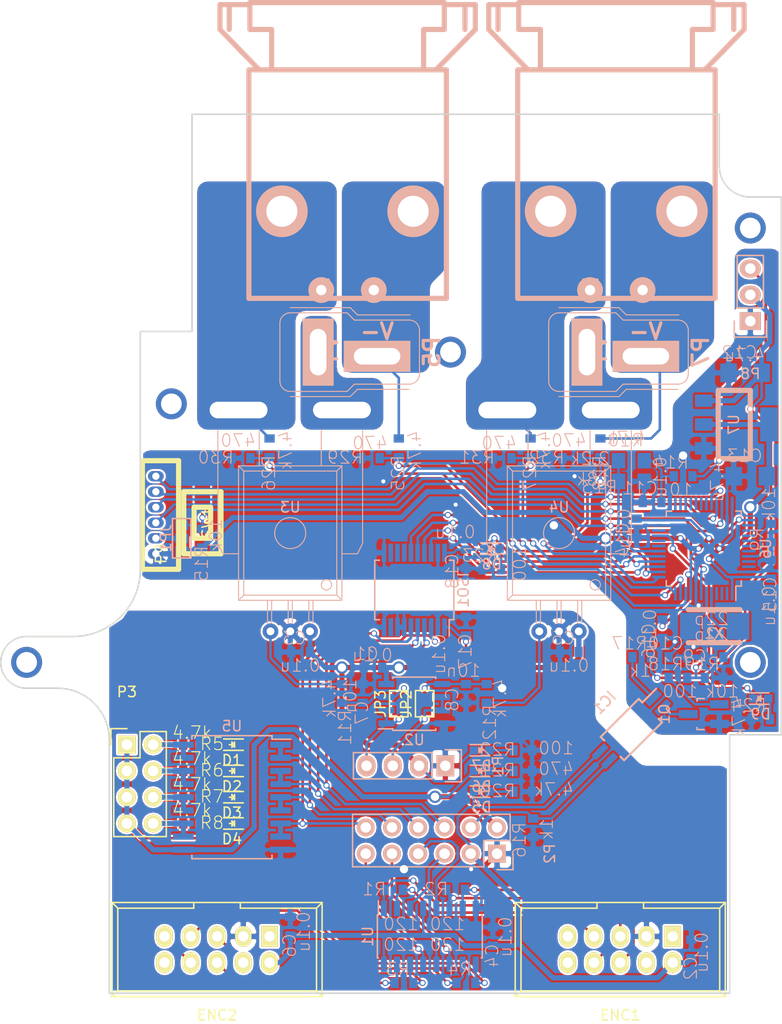
<source format=kicad_pcb>
(kicad_pcb (version 4) (host pcbnew 4.0.5)
  (layers (0 F.Cu signal) (31 B.Cu signal) (34 B.Paste user) (35 F.Paste user) (36 B.SilkS user) (37 F.SilkS user) (38 B.Mask user) (39 F.Mask user) (44 Edge.Cuts user))
  (net 0 "")
  (net 1 +3.3V)
  (net 2 GND)
  (net 3 +5V)
  (net 4 "Net-(C7-Pad1)")
  (net 5 "Net-(C8-Pad1)")
  (net 6 "Net-(D1-Pad2)")
  (net 7 +12V)
  (net 8 "Net-(D2-Pad2)")
  (net 9 "Net-(D3-Pad2)")
  (net 10 "Net-(D4-Pad2)")
  (net 11 /ENC_Aba)
  (net 12 /ENC_Abb)
  (net 13 /ENC_Aaa)
  (net 14 /ENC_Aab)
  (net 15 /ENC_Bba)
  (net 16 /ENC_Bbb)
  (net 17 /ENC_Baa)
  (net 18 /ENC_Bab)
  (net 19 /EXIO_0)
  (net 20 /EXIO_1)
  (net 21 /ENC_Aa)
  (net 22 /VALVE_3)
  (net 23 /ENC_Ab)
  (net 24 /VALVE_2)
  (net 25 /ENC_Ba)
  (net 26 /VALVE_1)
  (net 27 /ENC_Bb)
  (net 28 /VALVE_0)
  (net 29 /OUT_0)
  (net 30 /OUT_1)
  (net 31 /OUT_2)
  (net 32 /OUT_3)
  (net 33 "Net-(P5-Pad1)")
  (net 34 "Net-(P7-Pad1)")
  (net 35 "Net-(R11-Pad1)")
  (net 36 "Net-(R12-Pad1)")
  (net 37 /V_RX)
  (net 38 GNDPWR)
  (net 39 "Net-(C9-Pad2)")
  (net 40 "Net-(C10-Pad2)")
  (net 41 "Net-(C11-Pad1)")
  (net 42 /GD_12V)
  (net 43 /PW_3.3V)
  (net 44 +BATT)
  (net 45 "Net-(JP1-Pad2)")
  (net 46 /SWDCK)
  (net 47 /SWDIO)
  (net 48 /USART_TX)
  (net 49 /USART_RX)
  (net 50 "Net-(R9-Pad1)")
  (net 51 /BATT_IN)
  (net 52 /NRST)
  (net 53 /V_TX)
  (net 54 "Net-(IC1-Pad1)")
  (net 55 "Net-(IC1-Pad2)")
  (net 56 "Net-(Q1-PadG)")
  (net 57 "Net-(D5-Pad2)")
  (net 58 "Net-(D6-Pad2)")
  (net 59 "Net-(D7-Pad2)")
  (net 60 "Net-(D8-Pad2)")
  (net 61 "Net-(D9-Pad2)")
  (net 62 /SPI_NSS)
  (net 63 /SPI_SCK)
  (net 64 /SPI_MISO)
  (net 65 /SPI_MOSI)
  (net 66 /V_1A)
  (net 67 /V_1B)
  (net 68 /V_0A)
  (net 69 /V_0B)
  (net 70 /V1B_IN)
  (net 71 /V1A_IN)
  (net 72 /V0A_IN)
  (net 73 /V0B_IN)
  (module RP_KiCAD_Libs:ACS785xCB (layer B.Cu) (at 28.5 50 180)
    (fp_text reference U3 (at 0 12 180) (layer B.SilkS) (effects (justify mirror)))
    (fp_text value ACS758)
    (pad 1 thru_hole circle (at -1.91 0 180) (size 1.524 1.524) (drill 0.762) (layers *.Cu *.Mask) (net 1 +3.3V))
    (pad 2 thru_hole circle (at 0 0 180) (size 1.524 1.524) (drill 0.762) (layers *.Cu *.Mask) (net 2 GND))
    (pad 3 thru_hole circle (at 1.91 0 180) (size 1.524 1.524) (drill 0.762) (layers *.Cu *.Mask) (net 35 "Net-(R11-Pad1)"))
    (pad 4 thru_hole oval (at 5 21.4 180) (size 8 3.5) (drill oval 5.6 1.6) (layers *.Cu *.Mask) (net 66 /V_1A))
    (pad 5 thru_hole oval (at -5 21.4 180) (size 8 3.5) (drill oval 5.6 1.6) (layers *.Cu *.Mask) (net 33 "Net-(P5-Pad1)"))
  )
  (module RP_KiCAD_Libs:ACS785xCB (layer B.Cu) (at 54.5 50 180)
    (fp_text reference U4 (at 0 12 180) (layer B.SilkS) (effects (justify mirror)))
    (fp_text value ACS758)
    (pad 1 thru_hole circle (at -1.91 0 180) (size 1.524 1.524) (drill 0.762) (layers *.Cu *.Mask) (net 1 +3.3V))
    (pad 2 thru_hole circle (at 0 0 180) (size 1.524 1.524) (drill 0.762) (layers *.Cu *.Mask) (net 2 GND))
    (pad 3 thru_hole circle (at 1.91 0 180) (size 1.524 1.524) (drill 0.762) (layers *.Cu *.Mask) (net 36 "Net-(R12-Pad1)"))
    (pad 4 thru_hole oval (at 5 21.4 180) (size 8 3.5) (drill oval 5.6 1.6) (layers *.Cu *.Mask) (net 68 /V_0A))
    (pad 5 thru_hole oval (at -5 21.4 180) (size 8 3.5) (drill oval 5.6 1.6) (layers *.Cu *.Mask) (net 34 "Net-(P7-Pad1)"))
  )
  (module RP_KiCAD_Libs:C1608_WP (layer B.Cu) (at 36.5 53.5 180)
    (fp_text reference C1 (at -0.635 0.635 180) (layer B.SilkS) (effects (font (size 1.2065 1.2065) (thickness 0.1016)) (justify left bottom mirror)))
    (fp_text value 0.1u (at -2 0.5 180) (layer B.SilkS) (effects (font (size 1.2065 1.2065) (thickness 0.1016)) (justify left bottom mirror)))
    (pad 1 smd rect (at -0.9 0 180) (size 0.8 1) (layers B.Cu B.Paste B.Mask) (net 1 +3.3V))
    (pad 2 smd rect (at 0.9 0 180) (size 0.8 1) (layers B.Cu B.Paste B.Mask) (net 2 GND))
  )
  (module RP_KiCAD_Libs:C1608_WP (layer B.Cu) (at 67.3 80.7 90)
    (fp_text reference C2 (at -0.635 0.635 90) (layer B.SilkS) (effects (font (size 1.2065 1.2065) (thickness 0.1016)) (justify left bottom mirror)))
    (fp_text value 0.1u (at 1.7 1.7 90) (layer B.SilkS) (effects (font (size 1.2065 1.2065) (thickness 0.1016)) (justify left bottom mirror)))
    (pad 1 smd rect (at -0.9 0 90) (size 0.8 1) (layers B.Cu B.Paste B.Mask) (net 3 +5V))
    (pad 2 smd rect (at 0.9 0 90) (size 0.8 1) (layers B.Cu B.Paste B.Mask) (net 2 GND))
  )
  (module RP_KiCAD_Libs:C1608_WP (layer B.Cu) (at 29.5 52 180)
    (fp_text reference C3 (at -0.635 0.635 180) (layer B.SilkS) (effects (font (size 1.2065 1.2065) (thickness 0.1016)) (justify left bottom mirror)))
    (fp_text value 0.1u (at -2 -2 180) (layer B.SilkS) (effects (font (size 1.2065 1.2065) (thickness 0.1016)) (justify left bottom mirror)))
    (pad 1 smd rect (at -0.9 0 180) (size 0.8 1) (layers B.Cu B.Paste B.Mask) (net 1 +3.3V))
    (pad 2 smd rect (at 0.9 0 180) (size 0.8 1) (layers B.Cu B.Paste B.Mask) (net 2 GND))
  )
  (module RP_KiCAD_Libs:C1608_WP (layer B.Cu) (at 48.1 79.5 90)
    (fp_text reference C4 (at -0.635 0.635 90) (layer B.SilkS) (effects (font (size 1.2065 1.2065) (thickness 0.1016)) (justify left bottom mirror)))
    (fp_text value 0.1u (at 2 1.9 90) (layer B.SilkS) (effects (font (size 1.2065 1.2065) (thickness 0.1016)) (justify left bottom mirror)))
    (pad 1 smd rect (at -0.9 0 90) (size 0.8 1) (layers B.Cu B.Paste B.Mask) (net 3 +5V))
    (pad 2 smd rect (at 0.9 0 90) (size 0.8 1) (layers B.Cu B.Paste B.Mask) (net 2 GND))
  )
  (module RP_KiCAD_Libs:C1608_WP (layer B.Cu) (at 55.5 52 180)
    (fp_text reference C5 (at -0.635 0.635 180) (layer B.SilkS) (effects (font (size 1.2065 1.2065) (thickness 0.1016)) (justify left bottom mirror)))
    (fp_text value 0.1u (at -2 -2 180) (layer B.SilkS) (effects (font (size 1.2065 1.2065) (thickness 0.1016)) (justify left bottom mirror)))
    (pad 1 smd rect (at -0.9 0 180) (size 0.8 1) (layers B.Cu B.Paste B.Mask) (net 1 +3.3V))
    (pad 2 smd rect (at 0.9 0 180) (size 0.8 1) (layers B.Cu B.Paste B.Mask) (net 2 GND))
  )
  (module RP_KiCAD_Libs:C1608_WP (layer B.Cu) (at 28.5 78.5 90)
    (fp_text reference C6 (at -0.635 0.635 90) (layer B.SilkS) (effects (font (size 1.2065 1.2065) (thickness 0.1016)) (justify left bottom mirror)))
    (fp_text value 0.1u (at 1.5 2 90) (layer B.SilkS) (effects (font (size 1.2065 1.2065) (thickness 0.1016)) (justify left bottom mirror)))
    (pad 1 smd rect (at -0.9 0 90) (size 0.8 1) (layers B.Cu B.Paste B.Mask) (net 3 +5V))
    (pad 2 smd rect (at 0.9 0 90) (size 0.8 1) (layers B.Cu B.Paste B.Mask) (net 2 GND))
  )
  (module RP_KiCAD_Libs:C1608_WP (layer B.Cu) (at 35.5 56 90)
    (fp_text reference C7 (at -0.635 0.635 90) (layer B.SilkS) (effects (font (size 1.2065 1.2065) (thickness 0.1016)) (justify left bottom mirror)))
    (fp_text value 10n (at 1.5 -0.5 270) (layer B.SilkS) (effects (font (size 1.2065 1.2065) (thickness 0.1016)) (justify left bottom mirror)))
    (pad 1 smd rect (at -0.9 0 90) (size 0.8 1) (layers B.Cu B.Paste B.Mask) (net 4 "Net-(C7-Pad1)"))
    (pad 2 smd rect (at 0.9 0 90) (size 0.8 1) (layers B.Cu B.Paste B.Mask) (net 2 GND))
  )
  (module RP_KiCAD_Libs:C1608_WP (layer B.Cu) (at 45.5 56 270)
    (fp_text reference C8 (at -0.635 0.635 270) (layer B.SilkS) (effects (font (size 1.2065 1.2065) (thickness 0.1016)) (justify left bottom mirror)))
    (fp_text value 10n (at -1.5 -1.5 540) (layer B.SilkS) (effects (font (size 1.2065 1.2065) (thickness 0.1016)) (justify left bottom mirror)))
    (pad 1 smd rect (at -0.9 0 270) (size 0.8 1) (layers B.Cu B.Paste B.Mask) (net 5 "Net-(C8-Pad1)"))
    (pad 2 smd rect (at 0.9 0 270) (size 0.8 1) (layers B.Cu B.Paste B.Mask) (net 2 GND))
  )
  (module LEDs:LED_0603 (layer F.Cu) (at 22.86 60.96 180)
    (fp_text reference D1 (at 0 -1.5 180) (layer F.SilkS))
    (fp_text value LED)
    (pad 2 smd rect (at 0.7493 0) (size 0.79756 0.79756) (layers F.Cu F.Paste F.Mask) (net 6 "Net-(D1-Pad2)"))
    (pad 1 smd rect (at -0.7493 0) (size 0.79756 0.79756) (layers F.Cu F.Paste F.Mask) (net 7 +12V))
  )
  (module LEDs:LED_0603 (layer F.Cu) (at 22.86 63.5 180)
    (fp_text reference D2 (at 0 -1.5 180) (layer F.SilkS))
    (fp_text value LED)
    (pad 2 smd rect (at 0.7493 0) (size 0.79756 0.79756) (layers F.Cu F.Paste F.Mask) (net 8 "Net-(D2-Pad2)"))
    (pad 1 smd rect (at -0.7493 0) (size 0.79756 0.79756) (layers F.Cu F.Paste F.Mask) (net 7 +12V))
  )
  (module LEDs:LED_0603 (layer F.Cu) (at 22.86 66.04 180)
    (fp_text reference D3 (at 0 -1.5 180) (layer F.SilkS))
    (fp_text value LED)
    (pad 2 smd rect (at 0.7493 0) (size 0.79756 0.79756) (layers F.Cu F.Paste F.Mask) (net 9 "Net-(D3-Pad2)"))
    (pad 1 smd rect (at -0.7493 0) (size 0.79756 0.79756) (layers F.Cu F.Paste F.Mask) (net 7 +12V))
  )
  (module LEDs:LED_0603 (layer F.Cu) (at 22.86 68.58 180)
    (fp_text reference D4 (at 0 -1.5 180) (layer F.SilkS))
    (fp_text value LED)
    (pad 2 smd rect (at 0.7493 0) (size 0.79756 0.79756) (layers F.Cu F.Paste F.Mask) (net 10 "Net-(D4-Pad2)"))
    (pad 1 smd rect (at -0.7493 0) (size 0.79756 0.79756) (layers F.Cu F.Paste F.Mask) (net 7 +12V))
  )
  (module RP_KiCAD_Connector:DEF_ENCODER (layer F.Cu) (at 65.5 79.5 180)
    (fp_text reference ENC1 (at 5.08 -7.62 180) (layer F.SilkS))
    (fp_text value RS422_ENCODER)
    (pad 1 thru_hole rect (at 0 0 180) (size 1.6 2) (drill 1) (layers *.Cu *.Mask F.SilkS))
    (pad 2 thru_hole oval (at 0 -2.54 180) (size 1.6 2) (drill 1) (layers *.Cu *.Mask F.SilkS) (net 3 +5V))
    (pad 3 thru_hole oval (at 2.54 0 180) (size 1.6 2) (drill 1) (layers *.Cu *.Mask F.SilkS) (net 2 GND))
    (pad 4 thru_hole oval (at 2.54 -2.54 180) (size 1.6 2) (drill 1) (layers *.Cu *.Mask F.SilkS))
    (pad 5 thru_hole oval (at 5.08 0 180) (size 1.6 2) (drill 1) (layers *.Cu *.Mask F.SilkS) (net 11 /ENC_Aba))
    (pad 6 thru_hole oval (at 5.08 -2.54 180) (size 1.6 2) (drill 1) (layers *.Cu *.Mask F.SilkS) (net 12 /ENC_Abb))
    (pad 7 thru_hole oval (at 7.62 0 180) (size 1.6 2) (drill 1) (layers *.Cu *.Mask F.SilkS) (net 13 /ENC_Aaa))
    (pad 8 thru_hole oval (at 7.62 -2.54 180) (size 1.6 2) (drill 1) (layers *.Cu *.Mask F.SilkS) (net 14 /ENC_Aab))
    (pad 9 thru_hole oval (at 10.16 0 180) (size 1.6 2) (drill 1) (layers *.Cu *.Mask F.SilkS))
    (pad 10 thru_hole oval (at 10.16 -2.54 180) (size 1.6 2) (drill 1) (layers *.Cu *.Mask F.SilkS))
  )
  (module Pin_Headers:Pin_Header_Straight_1x04 (layer B.Cu) (at 43.5 63 90)
    (fp_text reference P1 (at 0 5.1 90) (layer B.SilkS) (effects (justify mirror)))
    (fp_text value CONN_01X04)
    (pad 1 thru_hole rect (at 0 0 90) (size 2.032 1.7272) (drill 1.016) (layers *.Cu *.Mask B.SilkS) (net 2 GND))
    (pad 2 thru_hole oval (at 0 -2.54 90) (size 2.032 1.7272) (drill 1.016) (layers *.Cu *.Mask B.SilkS) (net 1 +3.3V))
    (pad 3 thru_hole oval (at 0 -5.08 90) (size 2.032 1.7272) (drill 1.016) (layers *.Cu *.Mask B.SilkS) (net 19 /EXIO_0))
    (pad 4 thru_hole oval (at 0 -7.62 90) (size 2.032 1.7272) (drill 1.016) (layers *.Cu *.Mask B.SilkS) (net 20 /EXIO_1))
  )
  (module RP_KiCAD_Connector:D-3200S_2L_PW (layer B.Cu) (at 31.5 17)
    (fp_text reference P4 (at 0 -0.5) (layer B.SilkS) (effects (justify mirror)))
    (fp_text value CONN_01X02)
    (pad 1 thru_hole circle (at 0 0) (size 2.5 2.5) (drill 1) (layers *.Cu *.Mask B.SilkS) (net 66 /V_1A))
    (pad 2 thru_hole circle (at 5.08 0) (size 2.5 2.5) (drill 1) (layers *.Cu *.Mask B.SilkS) (net 67 /V_1B))
    (pad 1 thru_hole circle (at -3.81 -7.62) (size 5 5) (drill 3) (layers *.Cu *.Mask B.SilkS) (net 66 /V_1A))
    (pad 2 thru_hole circle (at 8.89 -7.62) (size 5 5) (drill 3) (layers *.Cu *.Mask B.SilkS) (net 67 /V_1B))
  )
  (module RP_KiCAD_Connector:D-3200S_2L_PW (layer B.Cu) (at 57.5 17)
    (fp_text reference P6 (at 0 -0.5) (layer B.SilkS) (effects (justify mirror)))
    (fp_text value CONN_01X02)
    (pad 1 thru_hole circle (at 0 0) (size 2.5 2.5) (drill 1) (layers *.Cu *.Mask B.SilkS) (net 68 /V_0A))
    (pad 2 thru_hole circle (at 5.08 0) (size 2.5 2.5) (drill 1) (layers *.Cu *.Mask B.SilkS) (net 69 /V_0B))
    (pad 1 thru_hole circle (at -3.81 -7.62) (size 5 5) (drill 3) (layers *.Cu *.Mask B.SilkS) (net 68 /V_0A))
    (pad 2 thru_hole circle (at 8.89 -7.62) (size 5 5) (drill 3) (layers *.Cu *.Mask B.SilkS) (net 69 /V_0B))
  )
  (module RP_KiCAD_Libs:C1608_WP (layer B.Cu) (at 38.5 75)
    (fp_text reference R1 (at -0.635 0.635) (layer B.SilkS) (effects (font (size 1.2065 1.2065) (thickness 0.1016)) (justify left bottom mirror)))
    (fp_text value 120 (at 2.5 4) (layer B.SilkS) (effects (font (size 1.2065 1.2065) (thickness 0.1016)) (justify left bottom mirror)))
    (pad 1 smd rect (at -0.9 0) (size 0.8 1) (layers B.Cu B.Paste B.Mask) (net 14 /ENC_Aab))
    (pad 2 smd rect (at 0.9 0) (size 0.8 1) (layers B.Cu B.Paste B.Mask) (net 13 /ENC_Aaa))
  )
  (module RP_KiCAD_Libs:C1608_WP (layer B.Cu) (at 44.5 75)
    (fp_text reference R2 (at -0.635 0.635) (layer B.SilkS) (effects (font (size 1.2065 1.2065) (thickness 0.1016)) (justify left bottom mirror)))
    (fp_text value 120 (at 1 4) (layer B.SilkS) (effects (font (size 1.2065 1.2065) (thickness 0.1016)) (justify left bottom mirror)))
    (pad 1 smd rect (at -0.9 0) (size 0.8 1) (layers B.Cu B.Paste B.Mask) (net 11 /ENC_Aba))
    (pad 2 smd rect (at 0.9 0) (size 0.8 1) (layers B.Cu B.Paste B.Mask) (net 12 /ENC_Abb))
  )
  (module RP_KiCAD_Libs:C1608_WP (layer B.Cu) (at 39.5 84 180)
    (fp_text reference R3 (at -0.635 0.635 180) (layer B.SilkS) (effects (font (size 1.2065 1.2065) (thickness 0.1016)) (justify left bottom mirror)))
    (fp_text value 120 (at -1.5 3 180) (layer B.SilkS) (effects (font (size 1.2065 1.2065) (thickness 0.1016)) (justify left bottom mirror)))
    (pad 1 smd rect (at -0.9 0 180) (size 0.8 1) (layers B.Cu B.Paste B.Mask) (net 15 /ENC_Bba))
    (pad 2 smd rect (at 0.9 0 180) (size 0.8 1) (layers B.Cu B.Paste B.Mask) (net 16 /ENC_Bbb))
  )
  (module RP_KiCAD_Libs:C1608_WP (layer B.Cu) (at 45.5 84 180)
    (fp_text reference R4 (at -0.635 0.635 180) (layer B.SilkS) (effects (font (size 1.2065 1.2065) (thickness 0.1016)) (justify left bottom mirror)))
    (fp_text value 120 (at 0 3 180) (layer B.SilkS) (effects (font (size 1.2065 1.2065) (thickness 0.1016)) (justify left bottom mirror)))
    (pad 1 smd rect (at -0.9 0 180) (size 0.8 1) (layers B.Cu B.Paste B.Mask) (net 18 /ENC_Bab))
    (pad 2 smd rect (at 0.9 0 180) (size 0.8 1) (layers B.Cu B.Paste B.Mask) (net 17 /ENC_Baa))
  )
  (module RP_KiCAD_Libs:C1608_WP (layer F.Cu) (at 19.05 60.96 180)
    (fp_text reference R5 (at -0.635 -0.635 180) (layer F.SilkS) (effects (font (size 1.2065 1.2065) (thickness 0.1016)) (justify left bottom)))
    (fp_text value 4.7k (at 2.05 0.46 180) (layer F.SilkS) (effects (font (size 1.2065 1.2065) (thickness 0.1016)) (justify left bottom)))
    (pad 1 smd rect (at -0.9 0 180) (size 0.8 1) (layers F.Cu F.Paste F.Mask) (net 6 "Net-(D1-Pad2)"))
    (pad 2 smd rect (at 0.9 0 180) (size 0.8 1) (layers F.Cu F.Paste F.Mask) (net 29 /OUT_0))
  )
  (module RP_KiCAD_Libs:C1608_WP (layer F.Cu) (at 19.05 63.5 180)
    (fp_text reference R6 (at -0.635 -0.635 180) (layer F.SilkS) (effects (font (size 1.2065 1.2065) (thickness 0.1016)) (justify left bottom)))
    (fp_text value 4.7k (at 2.05 0.5 180) (layer F.SilkS) (effects (font (size 1.2065 1.2065) (thickness 0.1016)) (justify left bottom)))
    (pad 1 smd rect (at -0.9 0 180) (size 0.8 1) (layers F.Cu F.Paste F.Mask) (net 8 "Net-(D2-Pad2)"))
    (pad 2 smd rect (at 0.9 0 180) (size 0.8 1) (layers F.Cu F.Paste F.Mask) (net 30 /OUT_1))
  )
  (module RP_KiCAD_Libs:C1608_WP (layer F.Cu) (at 19.05 66.04 180)
    (fp_text reference R7 (at -0.635 -0.635 180) (layer F.SilkS) (effects (font (size 1.2065 1.2065) (thickness 0.1016)) (justify left bottom)))
    (fp_text value 4.7k (at 2.05 0.54 180) (layer F.SilkS) (effects (font (size 1.2065 1.2065) (thickness 0.1016)) (justify left bottom)))
    (pad 1 smd rect (at -0.9 0 180) (size 0.8 1) (layers F.Cu F.Paste F.Mask) (net 9 "Net-(D3-Pad2)"))
    (pad 2 smd rect (at 0.9 0 180) (size 0.8 1) (layers F.Cu F.Paste F.Mask) (net 31 /OUT_2))
  )
  (module RP_KiCAD_Libs:C1608_WP (layer F.Cu) (at 19.05 68.58 180)
    (fp_text reference R8 (at -0.635 -0.635 180) (layer F.SilkS) (effects (font (size 1.2065 1.2065) (thickness 0.1016)) (justify left bottom)))
    (fp_text value 4.7k (at 2.05 0.58 180) (layer F.SilkS) (effects (font (size 1.2065 1.2065) (thickness 0.1016)) (justify left bottom)))
    (pad 1 smd rect (at -0.9 0 180) (size 0.8 1) (layers F.Cu F.Paste F.Mask) (net 10 "Net-(D4-Pad2)"))
    (pad 2 smd rect (at 0.9 0 180) (size 0.8 1) (layers F.Cu F.Paste F.Mask) (net 32 /OUT_3))
  )
  (module RP_KiCAD_Libs:C1608_WP (layer B.Cu) (at 33.5 56 270)
    (fp_text reference R11 (at 1.5 -1 270) (layer B.SilkS) (effects (font (size 1.2065 1.2065) (thickness 0.1016)) (justify left bottom mirror)))
    (fp_text value 4.7k (at -1.5 0.5 270) (layer B.SilkS) (effects (font (size 1.2065 1.2065) (thickness 0.1016)) (justify left bottom mirror)))
    (pad 1 smd rect (at -0.9 0 270) (size 0.8 1) (layers B.Cu B.Paste B.Mask) (net 35 "Net-(R11-Pad1)"))
    (pad 2 smd rect (at 0.9 0 270) (size 0.8 1) (layers B.Cu B.Paste B.Mask) (net 4 "Net-(C7-Pad1)"))
  )
  (module RP_KiCAD_Libs:C1608_WP (layer B.Cu) (at 47.5 56 90)
    (fp_text reference R12 (at -1 1 90) (layer B.SilkS) (effects (font (size 1.2065 1.2065) (thickness 0.1016)) (justify left bottom mirror)))
    (fp_text value 4.7k (at 1.5 2 90) (layer B.SilkS) (effects (font (size 1.2065 1.2065) (thickness 0.1016)) (justify left bottom mirror)))
    (pad 1 smd rect (at -0.9 0 90) (size 0.8 1) (layers B.Cu B.Paste B.Mask) (net 36 "Net-(R12-Pad1)"))
    (pad 2 smd rect (at 0.9 0 90) (size 0.8 1) (layers B.Cu B.Paste B.Mask) (net 5 "Net-(C8-Pad1)"))
  )
  (module Housings_SOIC:SOIC-8_3.9x4.9mm_Pitch1.27mm (layer B.Cu) (at 40.5 57)
    (fp_text reference U2 (at 0 3.5) (layer B.SilkS) (effects (justify mirror)))
    (fp_text value LM358)
    (pad 1 smd rect (at -2.7 1.905) (size 1.55 0.6) (layers B.Cu B.Paste B.Mask) (net 20 /EXIO_1))
    (pad 2 smd rect (at -2.7 0.635) (size 1.55 0.6) (layers B.Cu B.Paste B.Mask) (net 20 /EXIO_1))
    (pad 3 smd rect (at -2.7 -0.635) (size 1.55 0.6) (layers B.Cu B.Paste B.Mask) (net 4 "Net-(C7-Pad1)"))
    (pad 4 smd rect (at -2.7 -1.905) (size 1.55 0.6) (layers B.Cu B.Paste B.Mask) (net 1 +3.3V))
    (pad 5 smd rect (at 2.7 -1.905) (size 1.55 0.6) (layers B.Cu B.Paste B.Mask) (net 5 "Net-(C8-Pad1)"))
    (pad 6 smd rect (at 2.7 -0.635) (size 1.55 0.6) (layers B.Cu B.Paste B.Mask) (net 19 /EXIO_0))
    (pad 7 smd rect (at 2.7 0.635) (size 1.55 0.6) (layers B.Cu B.Paste B.Mask) (net 19 /EXIO_0))
    (pad 8 smd rect (at 2.7 1.905) (size 1.55 0.6) (layers B.Cu B.Paste B.Mask) (net 2 GND))
  )
  (module Housings_SOIC:SOIC-18_7.5x11.6mm_Pitch1.27mm (layer B.Cu) (at 22.86 66.04 180)
    (fp_text reference U5 (at 0 6.875 180) (layer B.SilkS) (effects (justify mirror)))
    (fp_text value TBD62083A)
    (pad 1 smd rect (at -4.7 5.08 180) (size 2 0.6) (layers B.Cu B.Paste B.Mask) (net 22 /VALVE_3))
    (pad 2 smd rect (at -4.7 3.81 180) (size 2 0.6) (layers B.Cu B.Paste B.Mask) (net 22 /VALVE_3))
    (pad 3 smd rect (at -4.7 2.54 180) (size 2 0.6) (layers B.Cu B.Paste B.Mask) (net 24 /VALVE_2))
    (pad 4 smd rect (at -4.7 1.27 180) (size 2 0.6) (layers B.Cu B.Paste B.Mask) (net 24 /VALVE_2))
    (pad 5 smd rect (at -4.7 0 180) (size 2 0.6) (layers B.Cu B.Paste B.Mask) (net 26 /VALVE_1))
    (pad 6 smd rect (at -4.7 -1.27 180) (size 2 0.6) (layers B.Cu B.Paste B.Mask) (net 26 /VALVE_1))
    (pad 7 smd rect (at -4.7 -2.54 180) (size 2 0.6) (layers B.Cu B.Paste B.Mask) (net 28 /VALVE_0))
    (pad 8 smd rect (at -4.7 -3.81 180) (size 2 0.6) (layers B.Cu B.Paste B.Mask) (net 28 /VALVE_0))
    (pad 9 smd rect (at -4.7 -5.08 180) (size 2 0.6) (layers B.Cu B.Paste B.Mask) (net 2 GND))
    (pad 10 smd rect (at 4.7 -5.08 180) (size 2 0.6) (layers B.Cu B.Paste B.Mask) (net 7 +12V))
    (pad 11 smd rect (at 4.7 -3.81 180) (size 2 0.6) (layers B.Cu B.Paste B.Mask) (net 32 /OUT_3))
    (pad 12 smd rect (at 4.7 -2.54 180) (size 2 0.6) (layers B.Cu B.Paste B.Mask) (net 32 /OUT_3))
    (pad 13 smd rect (at 4.7 -1.27 180) (size 2 0.6) (layers B.Cu B.Paste B.Mask) (net 31 /OUT_2))
    (pad 14 smd rect (at 4.7 0 180) (size 2 0.6) (layers B.Cu B.Paste B.Mask) (net 31 /OUT_2))
    (pad 15 smd rect (at 4.7 1.27 180) (size 2 0.6) (layers B.Cu B.Paste B.Mask) (net 30 /OUT_1))
    (pad 16 smd rect (at 4.7 2.54 180) (size 2 0.6) (layers B.Cu B.Paste B.Mask) (net 30 /OUT_1))
    (pad 17 smd rect (at 4.7 3.81 180) (size 2 0.6) (layers B.Cu B.Paste B.Mask) (net 29 /OUT_0))
    (pad 18 smd rect (at 4.7 5.08 180) (size 2 0.6) (layers B.Cu B.Paste B.Mask) (net 29 /OUT_0))
  )
  (module Pin_Headers:Pin_Header_Straight_2x06 (layer B.Cu) (at 48.5 71.5 90)
    (fp_text reference P2 (at 0 5.1 90) (layer B.SilkS) (effects (justify mirror)))
    (fp_text value CONN_02X06)
    (pad 1 thru_hole rect (at 0 0 90) (size 1.7272 1.7272) (drill 1.016) (layers *.Cu *.Mask B.SilkS) (net 2 GND))
    (pad 2 thru_hole oval (at 2.54 0 90) (size 1.7272 1.7272) (drill 1.016) (layers *.Cu *.Mask B.SilkS) (net 7 +12V))
    (pad 3 thru_hole oval (at 0 -2.54 90) (size 1.7272 1.7272) (drill 1.016) (layers *.Cu *.Mask B.SilkS) (net 3 +5V))
    (pad 4 thru_hole oval (at 2.54 -2.54 90) (size 1.7272 1.7272) (drill 1.016) (layers *.Cu *.Mask B.SilkS) (net 37 /V_RX))
    (pad 5 thru_hole oval (at 0 -5.08 90) (size 1.7272 1.7272) (drill 1.016) (layers *.Cu *.Mask B.SilkS) (net 21 /ENC_Aa))
    (pad 6 thru_hole oval (at 2.54 -5.08 90) (size 1.7272 1.7272) (drill 1.016) (layers *.Cu *.Mask B.SilkS) (net 22 /VALVE_3))
    (pad 7 thru_hole oval (at 0 -7.62 90) (size 1.7272 1.7272) (drill 1.016) (layers *.Cu *.Mask B.SilkS) (net 23 /ENC_Ab))
    (pad 8 thru_hole oval (at 2.54 -7.62 90) (size 1.7272 1.7272) (drill 1.016) (layers *.Cu *.Mask B.SilkS) (net 24 /VALVE_2))
    (pad 9 thru_hole oval (at 0 -10.16 90) (size 1.7272 1.7272) (drill 1.016) (layers *.Cu *.Mask B.SilkS) (net 25 /ENC_Ba))
    (pad 10 thru_hole oval (at 2.54 -10.16 90) (size 1.7272 1.7272) (drill 1.016) (layers *.Cu *.Mask B.SilkS) (net 26 /VALVE_1))
    (pad 11 thru_hole oval (at 0 -12.7 90) (size 1.7272 1.7272) (drill 1.016) (layers *.Cu *.Mask B.SilkS) (net 27 /ENC_Bb))
    (pad 12 thru_hole oval (at 2.54 -12.7 90) (size 1.7272 1.7272) (drill 1.016) (layers *.Cu *.Mask B.SilkS) (net 28 /VALVE_0))
  )
  (module Pin_Headers:Pin_Header_Straight_2x04 (layer F.Cu) (at 12.7 60.96)
    (fp_text reference P3 (at 0 -5.1) (layer F.SilkS))
    (fp_text value CONN_02X04)
    (pad 1 thru_hole rect (at 0 0) (size 1.7272 1.7272) (drill 1.016) (layers *.Cu *.Mask F.SilkS) (net 7 +12V))
    (pad 2 thru_hole oval (at 2.54 0) (size 1.7272 1.7272) (drill 1.016) (layers *.Cu *.Mask F.SilkS) (net 29 /OUT_0))
    (pad 3 thru_hole oval (at 0 2.54) (size 1.7272 1.7272) (drill 1.016) (layers *.Cu *.Mask F.SilkS) (net 7 +12V))
    (pad 4 thru_hole oval (at 2.54 2.54) (size 1.7272 1.7272) (drill 1.016) (layers *.Cu *.Mask F.SilkS) (net 30 /OUT_1))
    (pad 5 thru_hole oval (at 0 5.08) (size 1.7272 1.7272) (drill 1.016) (layers *.Cu *.Mask F.SilkS) (net 7 +12V))
    (pad 6 thru_hole oval (at 2.54 5.08) (size 1.7272 1.7272) (drill 1.016) (layers *.Cu *.Mask F.SilkS) (net 31 /OUT_2))
    (pad 7 thru_hole oval (at 0 7.62) (size 1.7272 1.7272) (drill 1.016) (layers *.Cu *.Mask F.SilkS) (net 7 +12V))
    (pad 8 thru_hole oval (at 2.54 7.62) (size 1.7272 1.7272) (drill 1.016) (layers *.Cu *.Mask F.SilkS) (net 32 /OUT_3))
  )
  (module RP_KiCAD_Libs:C1608_WP (layer B.Cu) (at 69.5 52.5)
    (fp_text reference C9 (at -0.635 0.635) (layer B.SilkS) (effects (font (size 1.2065 1.2065) (thickness 0.1016)) (justify left bottom mirror)))
    (fp_text value 22p (at 1.5 -3 180) (layer B.SilkS) (effects (font (size 1.2065 1.2065) (thickness 0.1016)) (justify left bottom mirror)))
    (pad 1 smd rect (at -0.9 0) (size 0.8 1) (layers B.Cu B.Paste B.Mask) (net 38 GNDPWR))
    (pad 2 smd rect (at 0.9 0) (size 0.8 1) (layers B.Cu B.Paste B.Mask) (net 39 "Net-(C9-Pad2)"))
  )
  (module RP_KiCAD_Libs:C1608_WP (layer B.Cu) (at 66 52.5 180)
    (fp_text reference C10 (at -0.635 0.635 180) (layer B.SilkS) (effects (font (size 1.2065 1.2065) (thickness 0.1016)) (justify left bottom mirror)))
    (fp_text value 22p (at -5 1.5 180) (layer B.SilkS) (effects (font (size 1.2065 1.2065) (thickness 0.1016)) (justify left bottom mirror)))
    (pad 1 smd rect (at -0.9 0 180) (size 0.8 1) (layers B.Cu B.Paste B.Mask) (net 38 GNDPWR))
    (pad 2 smd rect (at 0.9 0 180) (size 0.8 1) (layers B.Cu B.Paste B.Mask) (net 40 "Net-(C10-Pad2)"))
  )
  (module RP_KiCAD_Libs:C1608_WP (layer B.Cu) (at 63.5 37.5 180)
    (fp_text reference C11 (at -0.635 0.635 180) (layer B.SilkS) (effects (font (size 1.2065 1.2065) (thickness 0.1016)) (justify left bottom mirror)))
    (fp_text value 0.1u (at -1.5 4.5 450) (layer B.SilkS) (effects (font (size 1.2065 1.2065) (thickness 0.1016)) (justify left bottom mirror)))
    (pad 1 smd rect (at -0.9 0 180) (size 0.8 1) (layers B.Cu B.Paste B.Mask) (net 41 "Net-(C11-Pad1)"))
    (pad 2 smd rect (at 0.9 0 180) (size 0.8 1) (layers B.Cu B.Paste B.Mask) (net 38 GNDPWR))
  )
  (module RP_KiCAD_Libs:C1608_WP (layer B.Cu) (at 62 40 270)
    (fp_text reference C14 (at -0.635 0.635 270) (layer B.SilkS) (effects (font (size 1.2065 1.2065) (thickness 0.1016)) (justify left bottom mirror)))
    (fp_text value 0.1u (at -2 0.5 270) (layer B.SilkS) (effects (font (size 1.2065 1.2065) (thickness 0.1016)) (justify left bottom mirror)))
    (pad 1 smd rect (at -0.9 0 270) (size 0.8 1) (layers B.Cu B.Paste B.Mask) (net 43 /PW_3.3V))
    (pad 2 smd rect (at 0.9 0 270) (size 0.8 1) (layers B.Cu B.Paste B.Mask) (net 38 GNDPWR))
  )
  (module RP_KiCAD_Connector:ZH_6T (layer F.Cu) (at 15.5 42.5 90)
    (fp_text reference P9 (at 0 0.5 90) (layer F.SilkS))
    (fp_text value CONN_01X06)
    (pad 1 thru_hole oval (at 0 0 90) (size 1 1.524) (drill 0.7) (layers *.Cu *.Mask) (net 38 GNDPWR))
    (pad 2 thru_hole oval (at 1.5 0 90) (size 1 1.524) (drill 0.7) (layers *.Cu *.Mask) (net 45 "Net-(JP1-Pad2)"))
    (pad 3 thru_hole oval (at 3 0 90) (size 1 1.524) (drill 0.7) (layers *.Cu *.Mask) (net 46 /SWDCK))
    (pad 4 thru_hole oval (at 4.5 0 90) (size 1 1.524) (drill 0.7) (layers *.Cu *.Mask) (net 47 /SWDIO))
    (pad 5 thru_hole oval (at 6 0 90) (size 1 1.524) (drill 0.7) (layers *.Cu *.Mask) (net 48 /USART_TX))
    (pad 6 thru_hole oval (at 7.5 0 90) (size 1 1.524) (drill 0.7) (layers *.Cu *.Mask) (net 49 /USART_RX))
  )
  (module RP_KiCAD_Libs:C1608_WP (layer B.Cu) (at 75 40.5 270)
    (fp_text reference R9 (at -0.635 0.635 270) (layer B.SilkS) (effects (font (size 1.2065 1.2065) (thickness 0.1016)) (justify left bottom mirror)))
    (fp_text value 10k (at -4.5 -0.5 270) (layer B.SilkS) (effects (font (size 1.2065 1.2065) (thickness 0.1016)) (justify left bottom mirror)))
    (pad 1 smd rect (at -0.9 0 270) (size 0.8 1) (layers B.Cu B.Paste B.Mask) (net 50 "Net-(R9-Pad1)"))
    (pad 2 smd rect (at 0.9 0 270) (size 0.8 1) (layers B.Cu B.Paste B.Mask) (net 38 GNDPWR))
  )
  (module RP_KiCAD_Libs:C2012 (layer B.Cu) (at 61.5 33.5 180)
    (fp_text reference R10 (at -1.27 1.27 180) (layer B.SilkS) (effects (font (size 1.2065 1.2065) (thickness 0.1016)) (justify left bottom mirror)))
    (fp_text value 18k (at 2 -2.5 180) (layer B.SilkS) (effects (font (size 1.2065 1.2065) (thickness 0.1016)) (justify left bottom mirror)))
    (pad 1 smd rect (at -1.25 0 180) (size 1.3 1.5) (layers B.Cu B.Paste B.Mask) (net 41 "Net-(C11-Pad1)"))
    (pad 2 smd rect (at 1.25 0 180) (size 1.3 1.5) (layers B.Cu B.Paste B.Mask) (net 51 /BATT_IN))
  )
  (module RP_KiCAD_Libs:C2012 (layer B.Cu) (at 61.5 35.5)
    (fp_text reference R13 (at -1.27 1.27) (layer B.SilkS) (effects (font (size 1.2065 1.2065) (thickness 0.1016)) (justify left bottom mirror)))
    (fp_text value 2.2k (at -2 -1.5) (layer B.SilkS) (effects (font (size 1.2065 1.2065) (thickness 0.1016)) (justify left bottom mirror)))
    (pad 1 smd rect (at -1.25 0) (size 1.3 1.5) (layers B.Cu B.Paste B.Mask) (net 51 /BATT_IN))
    (pad 2 smd rect (at 1.25 0) (size 1.3 1.5) (layers B.Cu B.Paste B.Mask) (net 38 GNDPWR))
  )
  (module RP_KiCAD_Libs:C1608_WP (layer B.Cu) (at 20 41 90)
    (fp_text reference R15 (at -0.635 0.635 90) (layer B.SilkS) (effects (font (size 1.2065 1.2065) (thickness 0.1016)) (justify left bottom mirror)))
    (fp_text value 10k (at 2 2 90) (layer B.SilkS) (effects (font (size 1.2065 1.2065) (thickness 0.1016)) (justify left bottom mirror)))
    (pad 1 smd rect (at -0.9 0 90) (size 0.8 1) (layers B.Cu B.Paste B.Mask) (net 43 /PW_3.3V))
    (pad 2 smd rect (at 0.9 0 90) (size 0.8 1) (layers B.Cu B.Paste B.Mask) (net 52 /NRST))
  )
  (module TO_SOT_Packages_SMD:SOT-223_reg (layer B.Cu) (at 68.5 30 90)
    (fp_text reference U7 (at 0 2.9 90) (layer B.SilkS) (effects (justify mirror)))
    (fp_text value NCP1117ST33T3G)
    (pad 1 smd rect (at -2.3 0 90) (size 1.2 1.7) (layers B.Cu B.Paste B.Mask) (net 38 GNDPWR))
    (pad 2 smd rect (at 0 0 90) (size 1.2 1.7) (layers B.Cu B.Paste B.Mask) (net 43 /PW_3.3V))
    (pad 3 smd rect (at 2.3 0 90) (size 1.2 1.7) (layers B.Cu B.Paste B.Mask) (net 42 /GD_12V))
    (pad 2 smd rect (at 0 6.3 90) (size 3.3 1.7) (layers B.Cu B.Paste B.Mask) (net 43 /PW_3.3V))
  )
  (module Crystals:ABM3_2pads (layer B.Cu) (at 69.5 49.5 180)
    (fp_text reference X1 (at 0 -0.7 180) (layer B.SilkS) (effects (justify mirror)))
    (fp_text value CRYSTAL)
    (pad 1 smd rect (at -2.3 0 180) (size 2.2 2.6) (layers B.Cu B.Paste B.Mask) (net 39 "Net-(C9-Pad2)"))
    (pad 2 smd rect (at 2.3 0 180) (size 2 2.6) (layers B.Cu B.Paste B.Mask) (net 40 "Net-(C10-Pad2)"))
  )
  (module Connect:GS3 (layer B.Cu) (at 18 41 180)
    (fp_text reference JP1 (at 1.524 0 450) (layer B.SilkS) (effects (justify mirror)))
    (fp_text value JUMPER3)
    (pad 1 smd rect (at 0 1.27 180) (size 1.27 0.9652) (layers B.Cu B.Paste B.Mask) (net 52 /NRST))
    (pad 2 smd rect (at 0 0 180) (size 1.27 0.9652) (layers B.Cu B.Paste B.Mask) (net 45 "Net-(JP1-Pad2)"))
    (pad 3 smd rect (at 0 -1.27 180) (size 1.27 0.9652) (layers B.Cu B.Paste B.Mask) (net 43 /PW_3.3V))
  )
  (module Housings_SOIC:SOIC-16_3.9x9.9mm_Pitch1.27mm (layer B.Cu) (at 42 79.5 270)
    (fp_text reference U1 (at 0 6 270) (layer B.SilkS) (effects (justify mirror)))
    (fp_text value SN75175)
    (pad 1 smd rect (at -2.7 4.445 270) (size 1.5 0.6) (layers B.Cu B.Paste B.Mask) (net 14 /ENC_Aab))
    (pad 2 smd rect (at -2.7 3.175 270) (size 1.5 0.6) (layers B.Cu B.Paste B.Mask) (net 13 /ENC_Aaa))
    (pad 3 smd rect (at -2.7 1.905 270) (size 1.5 0.6) (layers B.Cu B.Paste B.Mask) (net 21 /ENC_Aa))
    (pad 4 smd rect (at -2.7 0.635 270) (size 1.5 0.6) (layers B.Cu B.Paste B.Mask) (net 3 +5V))
    (pad 5 smd rect (at -2.7 -0.635 270) (size 1.5 0.6) (layers B.Cu B.Paste B.Mask) (net 23 /ENC_Ab))
    (pad 6 smd rect (at -2.7 -1.905 270) (size 1.5 0.6) (layers B.Cu B.Paste B.Mask) (net 11 /ENC_Aba))
    (pad 7 smd rect (at -2.7 -3.175 270) (size 1.5 0.6) (layers B.Cu B.Paste B.Mask) (net 12 /ENC_Abb))
    (pad 8 smd rect (at -2.7 -4.445 270) (size 1.5 0.6) (layers B.Cu B.Paste B.Mask) (net 2 GND))
    (pad 9 smd rect (at 2.7 -4.445 270) (size 1.5 0.6) (layers B.Cu B.Paste B.Mask) (net 18 /ENC_Bab))
    (pad 10 smd rect (at 2.7 -3.175 270) (size 1.5 0.6) (layers B.Cu B.Paste B.Mask) (net 17 /ENC_Baa))
    (pad 11 smd rect (at 2.7 -1.905 270) (size 1.5 0.6) (layers B.Cu B.Paste B.Mask) (net 25 /ENC_Ba))
    (pad 12 smd rect (at 2.7 -0.635 270) (size 1.5 0.6) (layers B.Cu B.Paste B.Mask) (net 3 +5V))
    (pad 13 smd rect (at 2.7 0.635 270) (size 1.5 0.6) (layers B.Cu B.Paste B.Mask) (net 27 /ENC_Bb))
    (pad 14 smd rect (at 2.7 1.905 270) (size 1.5 0.6) (layers B.Cu B.Paste B.Mask) (net 15 /ENC_Bba))
    (pad 15 smd rect (at 2.7 3.175 270) (size 1.5 0.6) (layers B.Cu B.Paste B.Mask) (net 16 /ENC_Bbb))
    (pad 16 smd rect (at 2.7 4.445 270) (size 1.5 0.6) (layers B.Cu B.Paste B.Mask) (net 3 +5V))
  )
  (module TO_SOT_Packages_SMD:SOT-23_Handsoldering (layer B.Cu) (at 68.5 58 270)
    (fp_text reference Q1 (at 0 3.81 270) (layer B.SilkS) (effects (justify mirror)))
    (fp_text value MOSFET_N)
    (pad G smd rect (at -0.95 -1.50114 270) (size 0.8001 1.80086) (layers B.Cu B.Paste B.Mask) (net 56 "Net-(Q1-PadG)"))
    (pad S smd rect (at 0.95 -1.50114 270) (size 0.8001 1.80086) (layers B.Cu B.Paste B.Mask) (net 38 GNDPWR))
    (pad D smd rect (at 0 1.50114 270) (size 0.8001 1.80086) (layers B.Cu B.Paste B.Mask) (net 55 "Net-(IC1-Pad2)"))
  )
  (module RP_KiCAD_Libs:C1608_WP (layer B.Cu) (at 52 69 270)
    (fp_text reference R16 (at -0.635 0.635 270) (layer B.SilkS) (effects (font (size 1.2065 1.2065) (thickness 0.1016)) (justify left bottom mirror)))
    (fp_text value 1k (at -1 -2 270) (layer B.SilkS) (effects (font (size 1.2065 1.2065) (thickness 0.1016)) (justify left bottom mirror)))
    (pad 1 smd rect (at -0.9 0 270) (size 0.8 1) (layers B.Cu B.Paste B.Mask) (net 37 /V_RX))
    (pad 2 smd rect (at 0.9 0 270) (size 0.8 1) (layers B.Cu B.Paste B.Mask) (net 2 GND))
  )
  (module RP_KiCAD_Libs:C1608_WP (layer B.Cu) (at 62.5 52.5 180)
    (fp_text reference R17 (at -0.635 0.635 180) (layer B.SilkS) (effects (font (size 1.2065 1.2065) (thickness 0.1016)) (justify left bottom mirror)))
    (fp_text value 1k (at -1 -2 180) (layer B.SilkS) (effects (font (size 1.2065 1.2065) (thickness 0.1016)) (justify left bottom mirror)))
    (pad 1 smd rect (at -0.9 0 180) (size 0.8 1) (layers B.Cu B.Paste B.Mask) (net 42 /GD_12V))
    (pad 2 smd rect (at 0.9 0 180) (size 0.8 1) (layers B.Cu B.Paste B.Mask) (net 54 "Net-(IC1-Pad1)"))
  )
  (module RP_KiCAD_Libs:C1608_WP (layer B.Cu) (at 66 54.5 180)
    (fp_text reference R18 (at -0.635 0.635 180) (layer B.SilkS) (effects (font (size 1.2065 1.2065) (thickness 0.1016)) (justify left bottom mirror)))
    (fp_text value 100 (at -2 -2 180) (layer B.SilkS) (effects (font (size 1.2065 1.2065) (thickness 0.1016)) (justify left bottom mirror)))
    (pad 1 smd rect (at -0.9 0 180) (size 0.8 1) (layers B.Cu B.Paste B.Mask) (net 53 /V_TX))
    (pad 2 smd rect (at 0.9 0 180) (size 0.8 1) (layers B.Cu B.Paste B.Mask) (net 56 "Net-(Q1-PadG)"))
  )
  (module RP_KiCAD_Libs:C1608_WP (layer B.Cu) (at 69.5 54.5 180)
    (fp_text reference R19 (at -0.635 0.635 180) (layer B.SilkS) (effects (font (size 1.2065 1.2065) (thickness 0.1016)) (justify left bottom mirror)))
    (fp_text value 10k (at -2.5 -2 180) (layer B.SilkS) (effects (font (size 1.2065 1.2065) (thickness 0.1016)) (justify left bottom mirror)))
    (pad 1 smd rect (at -0.9 0 180) (size 0.8 1) (layers B.Cu B.Paste B.Mask) (net 38 GNDPWR))
    (pad 2 smd rect (at 0.9 0 180) (size 0.8 1) (layers B.Cu B.Paste B.Mask) (net 53 /V_TX))
  )
  (module Housings_SOIC:SOIJ-4_5.3x5.3mm_Pitch1.27mm (layer B.Cu) (at 61.5 59.5 225)
    (fp_text reference IC1 (at 0 3.68 225) (layer B.SilkS) (effects (justify mirror)))
    (fp_text value TLP291)
    (pad 1 smd rect (at -3.65 0.635 225) (size 1.7 0.65) (layers B.Cu B.Paste B.Mask) (net 54 "Net-(IC1-Pad1)"))
    (pad 2 smd rect (at -3.65 -0.635 225) (size 1.7 0.65) (layers B.Cu B.Paste B.Mask) (net 55 "Net-(IC1-Pad2)"))
    (pad 3 smd rect (at 3.65 -0.635 225) (size 1.7 0.65) (layers B.Cu B.Paste B.Mask) (net 37 /V_RX))
    (pad 4 smd rect (at 3.65 0.635 225) (size 1.7 0.65) (layers B.Cu B.Paste B.Mask) (net 3 +5V))
  )
  (module RP_KiCAD_Libs:C3216 (layer B.Cu) (at 72.5 25 180)
    (fp_text reference C12 (at -1.27 1.27 180) (layer B.SilkS) (effects (font (size 1.2065 1.2065) (thickness 0.1016)) (justify left bottom mirror)))
    (fp_text value 4.7u (at -2 1 180) (layer B.SilkS) (effects (font (size 1.2065 1.2065) (thickness 0.1016)) (justify left bottom mirror)))
    (pad 1 smd rect (at -1.6 0 180) (size 1.6 1.8) (layers B.Cu B.Paste B.Mask) (net 42 /GD_12V))
    (pad 2 smd rect (at 1.6 0 180) (size 1.6 1.8) (layers B.Cu B.Paste B.Mask) (net 38 GNDPWR))
  )
  (module RP_KiCAD_Libs:C3216 (layer B.Cu) (at 73 35 180)
    (fp_text reference C13 (at -1.27 1.27 180) (layer B.SilkS) (effects (font (size 1.2065 1.2065) (thickness 0.1016)) (justify left bottom mirror)))
    (fp_text value 4.7u (at 2.5 1.5 270) (layer B.SilkS) (effects (font (size 1.2065 1.2065) (thickness 0.1016)) (justify left bottom mirror)))
    (pad 1 smd rect (at -1.6 0 180) (size 1.6 1.8) (layers B.Cu B.Paste B.Mask) (net 43 /PW_3.3V))
    (pad 2 smd rect (at 1.6 0 180) (size 1.6 1.8) (layers B.Cu B.Paste B.Mask) (net 38 GNDPWR))
  )
  (module RP_KiCAD_Libs:C1608_WP (layer B.Cu) (at 75 44 90)
    (fp_text reference C15 (at -0.635 0.635 90) (layer B.SilkS) (effects (font (size 1.2065 1.2065) (thickness 0.1016)) (justify left bottom mirror)))
    (fp_text value 0.1u (at -1.5 0.5 90) (layer B.SilkS) (effects (font (size 1.2065 1.2065) (thickness 0.1016)) (justify left bottom mirror)))
    (pad 1 smd rect (at -0.9 0 90) (size 0.8 1) (layers B.Cu B.Paste B.Mask) (net 43 /PW_3.3V))
    (pad 2 smd rect (at 0.9 0 90) (size 0.8 1) (layers B.Cu B.Paste B.Mask) (net 38 GNDPWR))
  )
  (module RP_KiCAD_Libs:C1608_WP (layer B.Cu) (at 64.5 49.75 270)
    (fp_text reference C16 (at -0.635 0.635 270) (layer B.SilkS) (effects (font (size 1.2065 1.2065) (thickness 0.1016)) (justify left bottom mirror)))
    (fp_text value 0.1u (at -2 0.5 270) (layer B.SilkS) (effects (font (size 1.2065 1.2065) (thickness 0.1016)) (justify left bottom mirror)))
    (pad 1 smd rect (at -0.9 0 270) (size 0.8 1) (layers B.Cu B.Paste B.Mask) (net 43 /PW_3.3V))
    (pad 2 smd rect (at 0.9 0 270) (size 0.8 1) (layers B.Cu B.Paste B.Mask) (net 38 GNDPWR))
  )
  (module Housings_QFP:LQFP-48_7x7mm_Pitch0.5mm (layer B.Cu) (at 68.5 42 90)
    (fp_text reference U6 (at 0 6 90) (layer B.SilkS) (effects (justify mirror)))
    (fp_text value STM32F103_48)
    (pad 1 smd rect (at -4.35 2.75 90) (size 1.3 0.25) (layers B.Cu B.Paste B.Mask) (net 43 /PW_3.3V))
    (pad 2 smd rect (at -4.35 2.25 90) (size 1.3 0.25) (layers B.Cu B.Paste B.Mask))
    (pad 3 smd rect (at -4.35 1.75 90) (size 1.3 0.25) (layers B.Cu B.Paste B.Mask))
    (pad 4 smd rect (at -4.35 1.25 90) (size 1.3 0.25) (layers B.Cu B.Paste B.Mask))
    (pad 5 smd rect (at -4.35 0.75 90) (size 1.3 0.25) (layers B.Cu B.Paste B.Mask) (net 39 "Net-(C9-Pad2)"))
    (pad 6 smd rect (at -4.35 0.25 90) (size 1.3 0.25) (layers B.Cu B.Paste B.Mask) (net 40 "Net-(C10-Pad2)"))
    (pad 7 smd rect (at -4.35 -0.25 90) (size 1.3 0.25) (layers B.Cu B.Paste B.Mask) (net 52 /NRST))
    (pad 8 smd rect (at -4.35 -0.75 90) (size 1.3 0.25) (layers B.Cu B.Paste B.Mask) (net 38 GNDPWR))
    (pad 9 smd rect (at -4.35 -1.25 90) (size 1.3 0.25) (layers B.Cu B.Paste B.Mask) (net 43 /PW_3.3V))
    (pad 10 smd rect (at -4.35 -1.75 90) (size 1.3 0.25) (layers B.Cu B.Paste B.Mask) (net 71 /V1A_IN))
    (pad 11 smd rect (at -4.35 -2.25 90) (size 1.3 0.25) (layers B.Cu B.Paste B.Mask) (net 70 /V1B_IN))
    (pad 12 smd rect (at -4.35 -2.75 90) (size 1.3 0.25) (layers B.Cu B.Paste B.Mask) (net 72 /V0A_IN))
    (pad 13 smd rect (at -2.75 -4.35) (size 1.3 0.25) (layers B.Cu B.Paste B.Mask) (net 73 /V0B_IN))
    (pad 14 smd rect (at -2.25 -4.35) (size 1.3 0.25) (layers B.Cu B.Paste B.Mask) (net 62 /SPI_NSS))
    (pad 15 smd rect (at -1.75 -4.35) (size 1.3 0.25) (layers B.Cu B.Paste B.Mask) (net 63 /SPI_SCK))
    (pad 16 smd rect (at -1.25 -4.35) (size 1.3 0.25) (layers B.Cu B.Paste B.Mask) (net 64 /SPI_MISO))
    (pad 17 smd rect (at -0.75 -4.35) (size 1.3 0.25) (layers B.Cu B.Paste B.Mask) (net 65 /SPI_MOSI))
    (pad 18 smd rect (at -0.25 -4.35) (size 1.3 0.25) (layers B.Cu B.Paste B.Mask) (net 51 /BATT_IN))
    (pad 19 smd rect (at 0.25 -4.35) (size 1.3 0.25) (layers B.Cu B.Paste B.Mask))
    (pad 20 smd rect (at 0.75 -4.35) (size 1.3 0.25) (layers B.Cu B.Paste B.Mask))
    (pad 21 smd rect (at 1.25 -4.35) (size 1.3 0.25) (layers B.Cu B.Paste B.Mask) (net 53 /V_TX))
    (pad 22 smd rect (at 1.75 -4.35) (size 1.3 0.25) (layers B.Cu B.Paste B.Mask))
    (pad 23 smd rect (at 2.25 -4.35) (size 1.3 0.25) (layers B.Cu B.Paste B.Mask) (net 38 GNDPWR))
    (pad 24 smd rect (at 2.75 -4.35) (size 1.3 0.25) (layers B.Cu B.Paste B.Mask) (net 43 /PW_3.3V))
    (pad 25 smd rect (at 4.35 -2.75 90) (size 1.3 0.25) (layers B.Cu B.Paste B.Mask))
    (pad 26 smd rect (at 4.35 -2.25 90) (size 1.3 0.25) (layers B.Cu B.Paste B.Mask))
    (pad 27 smd rect (at 4.35 -1.75 90) (size 1.3 0.25) (layers B.Cu B.Paste B.Mask))
    (pad 28 smd rect (at 4.35 -1.25 90) (size 1.3 0.25) (layers B.Cu B.Paste B.Mask))
    (pad 29 smd rect (at 4.35 -0.75 90) (size 1.3 0.25) (layers B.Cu B.Paste B.Mask))
    (pad 30 smd rect (at 4.35 -0.25 90) (size 1.3 0.25) (layers B.Cu B.Paste B.Mask))
    (pad 31 smd rect (at 4.35 0.25 90) (size 1.3 0.25) (layers B.Cu B.Paste B.Mask))
    (pad 32 smd rect (at 4.35 0.75 90) (size 1.3 0.25) (layers B.Cu B.Paste B.Mask) (net 49 /USART_RX))
    (pad 33 smd rect (at 4.35 1.25 90) (size 1.3 0.25) (layers B.Cu B.Paste B.Mask) (net 48 /USART_TX))
    (pad 34 smd rect (at 4.35 1.75 90) (size 1.3 0.25) (layers B.Cu B.Paste B.Mask) (net 47 /SWDIO))
    (pad 35 smd rect (at 4.35 2.25 90) (size 1.3 0.25) (layers B.Cu B.Paste B.Mask) (net 38 GNDPWR))
    (pad 36 smd rect (at 4.35 2.75 90) (size 1.3 0.25) (layers B.Cu B.Paste B.Mask) (net 43 /PW_3.3V))
    (pad 37 smd rect (at 2.75 4.35) (size 1.3 0.25) (layers B.Cu B.Paste B.Mask) (net 46 /SWDCK))
    (pad 38 smd rect (at 2.25 4.35) (size 1.3 0.25) (layers B.Cu B.Paste B.Mask))
    (pad 39 smd rect (at 1.75 4.35) (size 1.3 0.25) (layers B.Cu B.Paste B.Mask))
    (pad 40 smd rect (at 1.25 4.35) (size 1.3 0.25) (layers B.Cu B.Paste B.Mask))
    (pad 41 smd rect (at 0.75 4.35) (size 1.3 0.25) (layers B.Cu B.Paste B.Mask))
    (pad 42 smd rect (at 0.25 4.35) (size 1.3 0.25) (layers B.Cu B.Paste B.Mask))
    (pad 43 smd rect (at -0.25 4.35) (size 1.3 0.25) (layers B.Cu B.Paste B.Mask))
    (pad 44 smd rect (at -0.75 4.35) (size 1.3 0.25) (layers B.Cu B.Paste B.Mask) (net 50 "Net-(R9-Pad1)"))
    (pad 45 smd rect (at -1.25 4.35) (size 1.3 0.25) (layers B.Cu B.Paste B.Mask))
    (pad 46 smd rect (at -1.75 4.35) (size 1.3 0.25) (layers B.Cu B.Paste B.Mask))
    (pad 47 smd rect (at -2.25 4.35) (size 1.3 0.25) (layers B.Cu B.Paste B.Mask) (net 38 GNDPWR))
    (pad 48 smd rect (at -2.75 4.35) (size 1.3 0.25) (layers B.Cu B.Paste B.Mask) (net 43 /PW_3.3V))
  )
  (module Connect:GS2 (layer F.Cu) (at 41.5 57 180)
    (fp_text reference JP2 (at 1.778 0 270) (layer F.SilkS))
    (fp_text value JUMPER)
    (pad 1 smd rect (at 0 -0.635 180) (size 1.27 0.9652) (layers F.Cu F.Paste F.Mask) (net 19 /EXIO_0))
    (pad 2 smd rect (at 0 0.635 180) (size 1.27 0.9652) (layers F.Cu F.Paste F.Mask) (net 5 "Net-(C8-Pad1)"))
  )
  (module Connect:GS2 (layer F.Cu) (at 39 57 180)
    (fp_text reference JP3 (at 1.778 0 270) (layer F.SilkS))
    (fp_text value JUMPER)
    (pad 1 smd rect (at 0 -0.635 180) (size 1.27 0.9652) (layers F.Cu F.Paste F.Mask) (net 20 /EXIO_1))
    (pad 2 smd rect (at 0 0.635 180) (size 1.27 0.9652) (layers F.Cu F.Paste F.Mask) (net 4 "Net-(C7-Pad1)"))
  )
  (module RP_KiCAD_Connector:DEF_ENCODER (layer F.Cu) (at 26.5 79.5 180)
    (fp_text reference ENC2 (at 5.08 -7.62 180) (layer F.SilkS))
    (fp_text value RS422_ENCODER)
    (pad 1 thru_hole rect (at 0 0 180) (size 1.6 2) (drill 1) (layers *.Cu *.Mask F.SilkS))
    (pad 2 thru_hole oval (at 0 -2.54 180) (size 1.6 2) (drill 1) (layers *.Cu *.Mask F.SilkS) (net 3 +5V))
    (pad 3 thru_hole oval (at 2.54 0 180) (size 1.6 2) (drill 1) (layers *.Cu *.Mask F.SilkS) (net 2 GND))
    (pad 4 thru_hole oval (at 2.54 -2.54 180) (size 1.6 2) (drill 1) (layers *.Cu *.Mask F.SilkS))
    (pad 5 thru_hole oval (at 5.08 0 180) (size 1.6 2) (drill 1) (layers *.Cu *.Mask F.SilkS) (net 15 /ENC_Bba))
    (pad 6 thru_hole oval (at 5.08 -2.54 180) (size 1.6 2) (drill 1) (layers *.Cu *.Mask F.SilkS) (net 16 /ENC_Bbb))
    (pad 7 thru_hole oval (at 7.62 0 180) (size 1.6 2) (drill 1) (layers *.Cu *.Mask F.SilkS) (net 17 /ENC_Baa))
    (pad 8 thru_hole oval (at 7.62 -2.54 180) (size 1.6 2) (drill 1) (layers *.Cu *.Mask F.SilkS) (net 18 /ENC_Bab))
    (pad 9 thru_hole oval (at 10.16 0 180) (size 1.6 2) (drill 1) (layers *.Cu *.Mask F.SilkS))
    (pad 10 thru_hole oval (at 10.16 -2.54 180) (size 1.6 2) (drill 1) (layers *.Cu *.Mask F.SilkS))
  )
  (module Buttons_Switches_SMD:RP_SMD_Button (layer F.Cu) (at 20 39.5 90)
    (fp_text reference SW1 (at 0 0.5 90) (layer F.SilkS))
    (fp_text value SW_PUSH)
    (pad 1 smd rect (at 2.8 0 90) (size 2.6 1.5) (layers F.Cu F.Paste F.Mask) (net 52 /NRST))
    (pad 2 smd rect (at -2.8 0 90) (size 2.6 1.5) (layers F.Cu F.Paste F.Mask) (net 38 GNDPWR))
  )
  (module LEDs:LED_0603 (layer B.Cu) (at 47 65.5)
    (fp_text reference D5 (at 0 1.5) (layer B.SilkS) (effects (justify mirror)))
    (fp_text value LED)
    (pad 2 smd rect (at 0.7493 0 180) (size 0.79756 0.79756) (layers B.Cu B.Paste B.Mask) (net 57 "Net-(D5-Pad2)"))
    (pad 1 smd rect (at -0.7493 0 180) (size 0.79756 0.79756) (layers B.Cu B.Paste B.Mask) (net 3 +5V))
  )
  (module LEDs:LED_0603 (layer B.Cu) (at 47 63.5)
    (fp_text reference D6 (at 0 1.5) (layer B.SilkS) (effects (justify mirror)))
    (fp_text value LED)
    (pad 2 smd rect (at 0.7493 0 180) (size 0.79756 0.79756) (layers B.Cu B.Paste B.Mask) (net 58 "Net-(D6-Pad2)"))
    (pad 1 smd rect (at -0.7493 0 180) (size 0.79756 0.79756) (layers B.Cu B.Paste B.Mask) (net 7 +12V))
  )
  (module LEDs:LED_0603 (layer B.Cu) (at 47 61.5)
    (fp_text reference D7 (at 0 1.5) (layer B.SilkS) (effects (justify mirror)))
    (fp_text value LED)
    (pad 2 smd rect (at 0.7493 0 180) (size 0.79756 0.79756) (layers B.Cu B.Paste B.Mask) (net 59 "Net-(D7-Pad2)"))
    (pad 1 smd rect (at -0.7493 0 180) (size 0.79756 0.79756) (layers B.Cu B.Paste B.Mask) (net 1 +3.3V))
  )
  (module LEDs:LED_0603 (layer B.Cu) (at 48 42)
    (fp_text reference D8 (at 0 1.5) (layer B.SilkS) (effects (justify mirror)))
    (fp_text value LED)
    (pad 2 smd rect (at 0.7493 0 180) (size 0.79756 0.79756) (layers B.Cu B.Paste B.Mask) (net 60 "Net-(D8-Pad2)"))
    (pad 1 smd rect (at -0.7493 0 180) (size 0.79756 0.79756) (layers B.Cu B.Paste B.Mask) (net 43 /PW_3.3V))
  )
  (module LEDs:LED_0603 (layer B.Cu) (at 74 56.5)
    (fp_text reference D9 (at 0 1.5) (layer B.SilkS) (effects (justify mirror)))
    (fp_text value LED)
    (pad 2 smd rect (at 0.7493 0 180) (size 0.79756 0.79756) (layers B.Cu B.Paste B.Mask) (net 61 "Net-(D9-Pad2)"))
    (pad 1 smd rect (at -0.7493 0 180) (size 0.79756 0.79756) (layers B.Cu B.Paste B.Mask) (net 42 /GD_12V))
  )
  (module RP_KiCAD_Libs:C1608_WP (layer B.Cu) (at 51 65.5)
    (fp_text reference R20 (at -0.635 0.635) (layer B.SilkS) (effects (font (size 1.2065 1.2065) (thickness 0.1016)) (justify left bottom mirror)))
    (fp_text value 4.7k (at 5 0.5) (layer B.SilkS) (effects (font (size 1.2065 1.2065) (thickness 0.1016)) (justify left bottom mirror)))
    (pad 1 smd rect (at -0.9 0) (size 0.8 1) (layers B.Cu B.Paste B.Mask) (net 57 "Net-(D5-Pad2)"))
    (pad 2 smd rect (at 0.9 0) (size 0.8 1) (layers B.Cu B.Paste B.Mask) (net 2 GND))
  )
  (module RP_KiCAD_Libs:C1608_WP (layer B.Cu) (at 51 63.5)
    (fp_text reference R21 (at -0.635 0.635) (layer B.SilkS) (effects (font (size 1.2065 1.2065) (thickness 0.1016)) (justify left bottom mirror)))
    (fp_text value 470 (at 5 0.5) (layer B.SilkS) (effects (font (size 1.2065 1.2065) (thickness 0.1016)) (justify left bottom mirror)))
    (pad 1 smd rect (at -0.9 0) (size 0.8 1) (layers B.Cu B.Paste B.Mask) (net 58 "Net-(D6-Pad2)"))
    (pad 2 smd rect (at 0.9 0) (size 0.8 1) (layers B.Cu B.Paste B.Mask) (net 2 GND))
  )
  (module RP_KiCAD_Libs:C1608_WP (layer B.Cu) (at 51 61.5)
    (fp_text reference R22 (at -0.635 0.635) (layer B.SilkS) (effects (font (size 1.2065 1.2065) (thickness 0.1016)) (justify left bottom mirror)))
    (fp_text value 100 (at 5 0.5) (layer B.SilkS) (effects (font (size 1.2065 1.2065) (thickness 0.1016)) (justify left bottom mirror)))
    (pad 1 smd rect (at -0.9 0) (size 0.8 1) (layers B.Cu B.Paste B.Mask) (net 59 "Net-(D7-Pad2)"))
    (pad 2 smd rect (at 0.9 0) (size 0.8 1) (layers B.Cu B.Paste B.Mask) (net 2 GND))
  )
  (module RP_KiCAD_Libs:C1608_WP (layer B.Cu) (at 48 44 180)
    (fp_text reference R23 (at -0.635 0.635 180) (layer B.SilkS) (effects (font (size 1.2065 1.2065) (thickness 0.1016)) (justify left bottom mirror)))
    (fp_text value 100 (at -3.4 2.3 270) (layer B.SilkS) (effects (font (size 1.2065 1.2065) (thickness 0.1016)) (justify left bottom mirror)))
    (pad 1 smd rect (at -0.9 0 180) (size 0.8 1) (layers B.Cu B.Paste B.Mask) (net 60 "Net-(D8-Pad2)"))
    (pad 2 smd rect (at 0.9 0 180) (size 0.8 1) (layers B.Cu B.Paste B.Mask) (net 38 GNDPWR))
  )
  (module RP_KiCAD_Libs:C1608_WP (layer B.Cu) (at 74 58.5 180)
    (fp_text reference R24 (at -0.635 0.635 180) (layer B.SilkS) (effects (font (size 1.2065 1.2065) (thickness 0.1016)) (justify left bottom mirror)))
    (fp_text value 4.7k (at 1.4 2.2 270) (layer B.SilkS) (effects (font (size 1.2065 1.2065) (thickness 0.1016)) (justify left bottom mirror)))
    (pad 1 smd rect (at -0.9 0 180) (size 0.8 1) (layers B.Cu B.Paste B.Mask) (net 61 "Net-(D9-Pad2)"))
    (pad 2 smd rect (at 0.9 0 180) (size 0.8 1) (layers B.Cu B.Paste B.Mask) (net 38 GNDPWR))
  )
  (module RP_KiCAD_Libs:C1608_WP (layer B.Cu) (at 66.5 35 180)
    (fp_text reference R14 (at -0.635 0.635 180) (layer B.SilkS) (effects (font (size 1.2065 1.2065) (thickness 0.1016)) (justify left bottom mirror)))
    (fp_text value 10 (at -1 -2 180) (layer B.SilkS) (effects (font (size 1.2065 1.2065) (thickness 0.1016)) (justify left bottom mirror)))
    (pad 1 smd rect (at -0.9 0 180) (size 0.8 1) (layers B.Cu B.Paste B.Mask) (net 44 +BATT))
    (pad 2 smd rect (at 0.9 0 180) (size 0.8 1) (layers B.Cu B.Paste B.Mask) (net 41 "Net-(C11-Pad1)"))
  )
  (module RP_KiCAD_Libs:C1608_WP (layer B.Cu) (at 45.5 49.5 90)
    (fp_text reference C17 (at -0.635 0.635 90) (layer B.SilkS) (effects (font (size 1.2065 1.2065) (thickness 0.1016)) (justify left bottom mirror)))
    (fp_text value 0.1u (at -0.635 -1.905 90) (layer B.SilkS) (effects (font (size 1.2065 1.2065) (thickness 0.1016)) (justify left bottom mirror)))
    (pad 1 smd rect (at -0.9 0 90) (size 0.8 1) (layers B.Cu B.Paste B.Mask) (net 1 +3.3V))
    (pad 2 smd rect (at 0.9 0 90) (size 0.8 1) (layers B.Cu B.Paste B.Mask) (net 2 GND))
  )
  (module RP_KiCAD_Libs:C1608_WP (layer B.Cu) (at 45.5 43 270)
    (fp_text reference C18 (at -0.635 0.635 270) (layer B.SilkS) (effects (font (size 1.2065 1.2065) (thickness 0.1016)) (justify left bottom mirror)))
    (fp_text value 0.1u (at -1.9 -1 360) (layer B.SilkS) (effects (font (size 1.2065 1.2065) (thickness 0.1016)) (justify left bottom mirror)))
    (pad 1 smd rect (at -0.9 0 270) (size 0.8 1) (layers B.Cu B.Paste B.Mask) (net 43 /PW_3.3V))
    (pad 2 smd rect (at 0.9 0 270) (size 0.8 1) (layers B.Cu B.Paste B.Mask) (net 38 GNDPWR))
  )
  (module Housings_SSOP:SSOP-20_5.3x7.2mm_Pitch0.65mm (layer B.Cu) (at 40.5 46 90)
    (fp_text reference ISO1 (at 0 4.75 90) (layer B.SilkS) (effects (justify mirror)))
    (fp_text value ADuM3154)
    (pad 1 smd rect (at -3.6 2.925 90) (size 1.75 0.45) (layers B.Cu B.Paste B.Mask) (net 1 +3.3V))
    (pad 2 smd rect (at -3.6 2.275 90) (size 1.75 0.45) (layers B.Cu B.Paste B.Mask) (net 2 GND))
    (pad 3 smd rect (at -3.6 1.625 90) (size 1.75 0.45) (layers B.Cu B.Paste B.Mask) (net 26 /VALVE_1))
    (pad 4 smd rect (at -3.6 0.975 90) (size 1.75 0.45) (layers B.Cu B.Paste B.Mask) (net 22 /VALVE_3))
    (pad 5 smd rect (at -3.6 0.325 90) (size 1.75 0.45) (layers B.Cu B.Paste B.Mask) (net 24 /VALVE_2))
    (pad 6 smd rect (at -3.6 -0.325 90) (size 1.75 0.45) (layers B.Cu B.Paste B.Mask) (net 28 /VALVE_0))
    (pad 7 smd rect (at -3.6 -0.975 90) (size 1.75 0.45) (layers B.Cu B.Paste B.Mask) (net 2 GND))
    (pad 8 smd rect (at -3.6 -1.625 90) (size 1.75 0.45) (layers B.Cu B.Paste B.Mask) (net 2 GND))
    (pad 9 smd rect (at -3.6 -2.275 90) (size 1.75 0.45) (layers B.Cu B.Paste B.Mask))
    (pad 10 smd rect (at -3.6 -2.925 90) (size 1.75 0.45) (layers B.Cu B.Paste B.Mask) (net 2 GND))
    (pad 11 smd rect (at 3.6 -2.925 90) (size 1.75 0.45) (layers B.Cu B.Paste B.Mask) (net 38 GNDPWR))
    (pad 12 smd rect (at 3.6 -2.275 90) (size 1.75 0.45) (layers B.Cu B.Paste B.Mask))
    (pad 13 smd rect (at 3.6 -1.625 90) (size 1.75 0.45) (layers B.Cu B.Paste B.Mask))
    (pad 14 smd rect (at 3.6 -0.975 90) (size 1.75 0.45) (layers B.Cu B.Paste B.Mask))
    (pad 15 smd rect (at 3.6 -0.325 90) (size 1.75 0.45) (layers B.Cu B.Paste B.Mask) (net 62 /SPI_NSS))
    (pad 16 smd rect (at 3.6 0.325 90) (size 1.75 0.45) (layers B.Cu B.Paste B.Mask) (net 64 /SPI_MISO))
    (pad 17 smd rect (at 3.6 0.975 90) (size 1.75 0.45) (layers B.Cu B.Paste B.Mask) (net 65 /SPI_MOSI))
    (pad 18 smd rect (at 3.6 1.625 90) (size 1.75 0.45) (layers B.Cu B.Paste B.Mask) (net 63 /SPI_SCK))
    (pad 19 smd rect (at 3.6 2.275 90) (size 1.75 0.45) (layers B.Cu B.Paste B.Mask) (net 38 GNDPWR))
    (pad 20 smd rect (at 3.6 2.925 90) (size 1.75 0.45) (layers B.Cu B.Paste B.Mask) (net 43 /PW_3.3V))
  )
  (module RP_KiCAD_Connector:DEANS_T_M (layer B.Cu) (at 34 23 270)
    (fp_text reference P5 (at 0 -8.2 270) (layer B.SilkS) (effects (font (thickness 0.3048)) (justify mirror)))
    (fp_text value CONN_01X02 hide)
    (fp_text user V- (at -2 -2.9 540) (layer B.SilkS) (effects (font (thickness 0.3048)) (justify mirror)))
    (fp_text user V+ (at 0 1.7 450) (layer B.SilkS) (effects (font (thickness 0.3048)) (justify mirror)))
    (pad 1 thru_hole rect (at 0 2.8 270) (size 6.5 3) (drill oval 4.5 1.6) (layers *.Cu *.Mask B.SilkS) (net 33 "Net-(P5-Pad1)"))
    (pad 2 thru_hole rect (at 0.4 -2.9 270) (size 3 6.4516) (drill oval 1.6 4.5) (layers *.Cu *.Mask B.SilkS) (net 67 /V_1B))
  )
  (module RP_KiCAD_Connector:DEANS_T_M (layer B.Cu) (at 60 23 270)
    (fp_text reference P7 (at 0 -8.2 270) (layer B.SilkS) (effects (font (thickness 0.3048)) (justify mirror)))
    (fp_text value CONN_01X02 hide)
    (fp_text user V- (at -2 -2.9 540) (layer B.SilkS) (effects (font (thickness 0.3048)) (justify mirror)))
    (fp_text user V+ (at 0 1.7 450) (layer B.SilkS) (effects (font (thickness 0.3048)) (justify mirror)))
    (pad 1 thru_hole rect (at 0 2.8 270) (size 6.5 3) (drill oval 4.5 1.6) (layers *.Cu *.Mask B.SilkS) (net 34 "Net-(P7-Pad1)"))
    (pad 2 thru_hole rect (at 0.4 -2.9 270) (size 3 6.4516) (drill oval 1.6 4.5) (layers *.Cu *.Mask B.SilkS) (net 69 /V_0B))
  )
  (module Pin_Headers:Pin_Header_Straight_1x03 (layer B.Cu) (at 73 20)
    (fp_text reference P8 (at 0 5.1) (layer B.SilkS) (effects (justify mirror)))
    (fp_text value CONN_01X03)
    (pad 1 thru_hole rect (at 0 0) (size 2.032 1.7272) (drill 1.016) (layers *.Cu *.Mask B.SilkS) (net 38 GNDPWR))
    (pad 2 thru_hole oval (at 0 -2.54) (size 2.032 1.7272) (drill 1.016) (layers *.Cu *.Mask B.SilkS) (net 42 /GD_12V))
    (pad 3 thru_hole oval (at 0 -5.08) (size 2.032 1.7272) (drill 1.016) (layers *.Cu *.Mask B.SilkS) (net 44 +BATT))
  )
  (module RP_KiCAD_Libs:C1608_WP (layer B.Cu) (at 39 32.25 90)
    (fp_text reference R25 (at -0.635 0.635 90) (layer B.SilkS) (effects (font (size 1.2065 1.2065) (thickness 0.1016)) (justify left bottom mirror)))
    (fp_text value 4.7k (at 1.75 2.25 90) (layer B.SilkS) (effects (font (size 1.2065 1.2065) (thickness 0.1016)) (justify left bottom mirror)))
    (pad 1 smd rect (at -0.9 0 90) (size 0.8 1) (layers B.Cu B.Paste B.Mask) (net 70 /V1B_IN))
    (pad 2 smd rect (at 0.9 0 90) (size 0.8 1) (layers B.Cu B.Paste B.Mask) (net 67 /V_1B))
  )
  (module RP_KiCAD_Libs:C1608_WP (layer B.Cu) (at 26.5 32.25 90)
    (fp_text reference R26 (at -0.635 0.635 90) (layer B.SilkS) (effects (font (size 1.2065 1.2065) (thickness 0.1016)) (justify left bottom mirror)))
    (fp_text value 4.7k (at 1.75 2.25 90) (layer B.SilkS) (effects (font (size 1.2065 1.2065) (thickness 0.1016)) (justify left bottom mirror)))
    (pad 1 smd rect (at -0.9 0 90) (size 0.8 1) (layers B.Cu B.Paste B.Mask) (net 71 /V1A_IN))
    (pad 2 smd rect (at 0.9 0 90) (size 0.8 1) (layers B.Cu B.Paste B.Mask) (net 66 /V_1A))
  )
  (module RP_KiCAD_Libs:C1608_WP (layer B.Cu) (at 51.75 32.25 90)
    (fp_text reference R27 (at -0.635 0.635 90) (layer B.SilkS) (effects (font (size 1.2065 1.2065) (thickness 0.1016)) (justify left bottom mirror)))
    (fp_text value 4.7k (at 1.75 2 90) (layer B.SilkS) (effects (font (size 1.2065 1.2065) (thickness 0.1016)) (justify left bottom mirror)))
    (pad 1 smd rect (at -0.9 0 90) (size 0.8 1) (layers B.Cu B.Paste B.Mask) (net 72 /V0A_IN))
    (pad 2 smd rect (at 0.9 0 90) (size 0.8 1) (layers B.Cu B.Paste B.Mask) (net 68 /V_0A))
  )
  (module RP_KiCAD_Libs:C1608_WP (layer B.Cu) (at 58.5 32.25 90)
    (fp_text reference R28 (at -0.635 0.635 90) (layer B.SilkS) (effects (font (size 1.2065 1.2065) (thickness 0.1016)) (justify left bottom mirror)))
    (fp_text value 4.7k (at 0.25 4.5 180) (layer B.SilkS) (effects (font (size 1.2065 1.2065) (thickness 0.1016)) (justify left bottom mirror)))
    (pad 1 smd rect (at -0.9 0 90) (size 0.8 1) (layers B.Cu B.Paste B.Mask) (net 73 /V0B_IN))
    (pad 2 smd rect (at 0.9 0 90) (size 0.8 1) (layers B.Cu B.Paste B.Mask) (net 69 /V_0B))
  )
  (module RP_KiCAD_Libs:C1608_WP (layer B.Cu) (at 36.25 33.25)
    (fp_text reference R29 (at -0.635 0.635) (layer B.SilkS) (effects (font (size 1.2065 1.2065) (thickness 0.1016)) (justify left bottom mirror)))
    (fp_text value 470 (at 1.75 -0.75) (layer B.SilkS) (effects (font (size 1.2065 1.2065) (thickness 0.1016)) (justify left bottom mirror)))
    (pad 1 smd rect (at -0.9 0) (size 0.8 1) (layers B.Cu B.Paste B.Mask) (net 38 GNDPWR))
    (pad 2 smd rect (at 0.9 0) (size 0.8 1) (layers B.Cu B.Paste B.Mask) (net 70 /V1B_IN))
  )
  (module RP_KiCAD_Libs:C1608_WP (layer B.Cu) (at 23.75 33.25)
    (fp_text reference R30 (at -0.635 0.635) (layer B.SilkS) (effects (font (size 1.2065 1.2065) (thickness 0.1016)) (justify left bottom mirror)))
    (fp_text value 470 (at 1.5 -1) (layer B.SilkS) (effects (font (size 1.2065 1.2065) (thickness 0.1016)) (justify left bottom mirror)))
    (pad 1 smd rect (at -0.9 0) (size 0.8 1) (layers B.Cu B.Paste B.Mask) (net 38 GNDPWR))
    (pad 2 smd rect (at 0.9 0) (size 0.8 1) (layers B.Cu B.Paste B.Mask) (net 71 /V1A_IN))
  )
  (module RP_KiCAD_Libs:C1608_WP (layer B.Cu) (at 49 33.25)
    (fp_text reference R31 (at -0.635 0.635) (layer B.SilkS) (effects (font (size 1.2065 1.2065) (thickness 0.1016)) (justify left bottom mirror)))
    (fp_text value 470 (at 1.5 -0.75) (layer B.SilkS) (effects (font (size 1.2065 1.2065) (thickness 0.1016)) (justify left bottom mirror)))
    (pad 1 smd rect (at -0.9 0) (size 0.8 1) (layers B.Cu B.Paste B.Mask) (net 38 GNDPWR))
    (pad 2 smd rect (at 0.9 0) (size 0.8 1) (layers B.Cu B.Paste B.Mask) (net 72 /V0A_IN))
  )
  (module RP_KiCAD_Libs:C1608_WP (layer B.Cu) (at 55.75 33.25)
    (fp_text reference R32 (at -0.635 0.635) (layer B.SilkS) (effects (font (size 1.2065 1.2065) (thickness 0.1016)) (justify left bottom mirror)))
    (fp_text value 470 (at 1.5 -1) (layer B.SilkS) (effects (font (size 1.2065 1.2065) (thickness 0.1016)) (justify left bottom mirror)))
    (pad 1 smd rect (at -0.9 0) (size 0.8 1) (layers B.Cu B.Paste B.Mask) (net 38 GNDPWR))
    (pad 2 smd rect (at 0.9 0) (size 0.8 1) (layers B.Cu B.Paste B.Mask) (net 73 /V0B_IN))
  )
  (gr_line (start 7.5 50.5) (end 3 50.5) (angle 90) (layer Edge.Cuts) (width 0.15))
  (gr_line (start 19 21) (end 14 21) (angle 90) (layer Edge.Cuts) (width 0.15))
  (gr_line (start 14 21) (end 14 44) (angle 90) (layer Edge.Cuts) (width 0.15))
  (gr_arc (start 7.5 44) (end 14 44) (angle 90) (layer Edge.Cuts) (width 0.15))
  (gr_line (start 11 60.5) (end 11 85) (angle 90) (layer Edge.Cuts) (width 0.15))
  (gr_line (start 6 55.5) (end 3 55.5) (angle 90) (layer Edge.Cuts) (width 0.15))
  (gr_arc (start 6 60.5) (end 6 55.5) (angle 90) (layer Edge.Cuts) (width 0.15))
  (gr_arc (start 3 53) (end 3 55.5) (angle 90) (layer Edge.Cuts) (width 0.15))
  (gr_arc (start 3 53) (end 0.5 53) (angle 90) (layer Edge.Cuts) (width 0.15))
  (gr_line (start 19 0) (end 19 21) (angle 90) (layer Edge.Cuts) (width 0.15))
  (gr_line (start 71 60) (end 71 85) (angle 90) (layer Edge.Cuts) (width 0.15))
  (gr_line (start 76 60) (end 71 60) (angle 90) (layer Edge.Cuts) (width 0.15))
  (gr_line (start 76 8) (end 76 60) (angle 90) (layer Edge.Cuts) (width 0.15))
  (gr_line (start 70 0) (end 19 0) (angle 90) (layer Edge.Cuts) (width 0.15))
  (gr_line (start 70 5) (end 70 0) (angle 90) (layer Edge.Cuts) (width 0.15))
  (gr_line (start 73 8) (end 76 8) (angle 90) (layer Edge.Cuts) (width 0.15))
  (gr_arc (start 73 5) (end 73 8) (angle 90) (layer Edge.Cuts) (width 0.15))
  (gr_line (start 11 85) (end 71 85) (angle 90) (layer Edge.Cuts) (width 0.15))
  (via (at 44 23) (size 3) (drill 2) (layers F.Cu B.Cu) (net 0))
  (via (at 17 28) (size 3) (drill 2) (layers F.Cu B.Cu) (net 0))
  (via (at 3 53) (size 3) (drill 2) (layers F.Cu B.Cu) (net 0))
  (via (at 73 53) (size 3) (drill 2) (layers F.Cu B.Cu) (net 0))
  (via (at 73 11) (size 3) (drill 2) (layers F.Cu B.Cu) (net 0))
  (segment (start 46.2507 61.5) (end 45 62.7507) (width 0.25) (layer B.Cu) (net 1))
  (segment (start 42.46 64.5) (end 40.96 63) (width 0.25) (layer B.Cu) (net 1))
  (segment (start 44.5 64.5) (end 42.46 64.5) (width 0.25) (layer B.Cu) (net 1))
  (segment (start 45 64) (end 44.5 64.5) (width 0.25) (layer B.Cu) (net 1))
  (segment (start 45 62.7507) (end 45 64) (width 0.25) (layer B.Cu) (net 1))
  (segment (start 33.5 53.5) (end 33.5 58.5) (width 0.5) (layer F.Cu) (net 1))
  (segment (start 33.5 58.5) (end 36 61) (width 0.5) (layer F.Cu) (net 1))
  (segment (start 36 61) (end 38.96 61) (width 0.5) (layer F.Cu) (net 1))
  (segment (start 38.96 61) (end 40.96 63) (width 0.5) (layer F.Cu) (net 1))
  (via (at 39 53.5) (size 1.2) (drill 0.8) (layers F.Cu B.Cu) (net 1))
  (segment (start 39 53.5) (end 37.4 53.5) (width 0.5) (layer B.Cu) (net 1))
  (segment (start 45.5 50.4) (end 45.5 51) (width 0.25) (layer B.Cu) (net 1))
  (segment (start 45.5 52.5) (end 44.5 53.5) (width 0.25) (layer F.Cu) (net 1))
  (segment (start 45.5 51) (end 45.5 52.5) (width 0.25) (layer F.Cu) (net 1))
  (via (at 45.5 51) (size 0.6) (drill 0.4) (layers F.Cu B.Cu) (net 1))
  (segment (start 30.4 52) (end 31.9 53.5) (width 0.5) (layer B.Cu) (net 1))
  (segment (start 31.9 53.5) (end 33.5 53.5) (width 0.5) (layer B.Cu) (net 1))
  (via (at 33.5 53.5) (size 1.2) (drill 0.8) (layers F.Cu B.Cu) (net 1))
  (segment (start 33.5 53.5) (end 39 53.5) (width 0.5) (layer F.Cu) (net 1))
  (segment (start 39 53.5) (end 44.5 53.5) (width 0.5) (layer F.Cu) (net 1))
  (segment (start 56.41 52.59) (end 56.41 50) (width 0.5) (layer F.Cu) (net 1))
  (segment (start 44.5 53.5) (end 55.5 53.5) (width 0.5) (layer F.Cu) (net 1))
  (segment (start 55.5 53.5) (end 56.41 52.59) (width 0.5) (layer F.Cu) (net 1))
  (segment (start 37.4 53.5) (end 37.8 53.9) (width 0.5) (layer B.Cu) (net 1))
  (segment (start 37.8 53.9) (end 37.8 55.095) (width 0.5) (layer B.Cu) (net 1))
  (segment (start 56.41 50) (end 56.41 51.99) (width 0.5) (layer B.Cu) (net 1))
  (segment (start 56.41 51.99) (end 56.4 52) (width 0.5) (layer B.Cu) (net 1))
  (segment (start 30.41 50) (end 30.41 51.99) (width 0.5) (layer B.Cu) (net 1))
  (segment (start 30.41 51.99) (end 30.4 52) (width 0.5) (layer B.Cu) (net 1))
  (segment (start 45.5 50.4) (end 44.8 50.4) (width 0.25) (layer B.Cu) (net 1))
  (segment (start 44 49.6) (end 43.425 49.6) (width 0.25) (layer B.Cu) (net 1))
  (segment (start 44.8 50.4) (end 44 49.6) (width 0.25) (layer B.Cu) (net 1))
  (segment (start 30.41 51.99) (end 30.4 52) (width 0.5) (layer B.Cu) (net 1))
  (segment (start 56.41 51.99) (end 56.4 52) (width 0.25) (layer B.Cu) (net 1))
  (segment (start 30.41 50) (end 30.4 50.01) (width 0.25) (layer B.Cu) (net 1))
  (segment (start 47.5 52) (end 49 53.5) (width 0.5) (layer B.Cu) (net 2))
  (segment (start 43.5 61) (end 43.5 63) (width 0.5) (layer F.Cu) (net 2))
  (segment (start 49 55.5) (end 43.5 61) (width 0.5) (layer F.Cu) (net 2))
  (via (at 49 55.5) (size 1.2) (drill 0.8) (layers F.Cu B.Cu) (net 2))
  (segment (start 49 53.5) (end 49 55.5) (width 0.5) (layer B.Cu) (net 2))
  (segment (start 51.9 61.5) (end 49.305 58.905) (width 0.25) (layer B.Cu) (net 2))
  (segment (start 49.305 58.905) (end 45.095 58.905) (width 0.25) (layer B.Cu) (net 2))
  (segment (start 43.5 63) (end 43.5 59.205) (width 0.5) (layer B.Cu) (net 2))
  (segment (start 43.5 59.205) (end 43.2 58.905) (width 0.5) (layer B.Cu) (net 2))
  (segment (start 51.9 63.5) (end 51.9 65.5) (width 0.25) (layer B.Cu) (net 2))
  (segment (start 51.9 61.5) (end 51.9 63.5) (width 0.25) (layer B.Cu) (net 2))
  (segment (start 45.5 48.6) (end 47.6 48.6) (width 0.25) (layer B.Cu) (net 2))
  (segment (start 47.6 48.6) (end 49.25 50.25) (width 0.25) (layer B.Cu) (net 2))
  (segment (start 37 52) (end 35.6 53.4) (width 0.5) (layer B.Cu) (net 2))
  (segment (start 35.6 53.4) (end 35.6 53.5) (width 0.5) (layer B.Cu) (net 2))
  (segment (start 28.5 50) (end 30 48.5) (width 0.5) (layer B.Cu) (net 2))
  (segment (start 53 48.5) (end 54.5 50) (width 0.5) (layer B.Cu) (net 2))
  (segment (start 49.25 50.25) (end 51 48.5) (width 0.5) (layer B.Cu) (net 2))
  (segment (start 51 48.5) (end 53 48.5) (width 0.5) (layer B.Cu) (net 2))
  (segment (start 47.5 52) (end 49.25 50.25) (width 0.5) (layer B.Cu) (net 2))
  (segment (start 37 52) (end 47.5 52) (width 0.5) (layer B.Cu) (net 2))
  (segment (start 33.5 48.5) (end 37 52) (width 0.5) (layer B.Cu) (net 2))
  (segment (start 30 48.5) (end 33.5 48.5) (width 0.5) (layer B.Cu) (net 2))
  (segment (start 45.5 56.9) (end 45.5 58.5) (width 0.5) (layer B.Cu) (net 2))
  (segment (start 45.5 58.5) (end 45.095 58.905) (width 0.5) (layer B.Cu) (net 2))
  (segment (start 45.095 58.905) (end 43.2 58.905) (width 0.5) (layer B.Cu) (net 2))
  (segment (start 35.5 55.1) (end 35.6 55) (width 0.5) (layer B.Cu) (net 2))
  (segment (start 35.6 55) (end 35.6 53.5) (width 0.5) (layer B.Cu) (net 2))
  (segment (start 54.5 50) (end 54.5 51.9) (width 0.5) (layer B.Cu) (net 2))
  (segment (start 54.5 51.9) (end 54.6 52) (width 0.5) (layer B.Cu) (net 2))
  (segment (start 28.5 50) (end 28.5 51.9) (width 0.5) (layer B.Cu) (net 2))
  (segment (start 28.5 51.9) (end 28.6 52) (width 0.5) (layer B.Cu) (net 2))
  (segment (start 45.5 48.6) (end 44.3 48.6) (width 0.25) (layer B.Cu) (net 2))
  (segment (start 43.25 48.2) (end 42.775 48.675) (width 0.25) (layer B.Cu) (net 2))
  (segment (start 43.9 48.2) (end 43.25 48.2) (width 0.25) (layer B.Cu) (net 2))
  (segment (start 44.3 48.6) (end 43.9 48.2) (width 0.25) (layer B.Cu) (net 2))
  (segment (start 39.525 49.6) (end 39.525 48.2) (width 0.25) (layer B.Cu) (net 2))
  (segment (start 39.525 48.2) (end 39.6 48.2) (width 0.25) (layer B.Cu) (net 2))
  (segment (start 38.875 49.6) (end 38.875 48.2) (width 0.25) (layer B.Cu) (net 2))
  (segment (start 38.875 48.2) (end 39 48.2) (width 0.25) (layer B.Cu) (net 2))
  (segment (start 39.525 49.6) (end 38.875 49.6) (width 0.25) (layer B.Cu) (net 2))
  (segment (start 37.575 49.6) (end 37.575 48.625) (width 0.25) (layer B.Cu) (net 2))
  (segment (start 37.575 48.625) (end 38 48.2) (width 0.25) (layer B.Cu) (net 2))
  (segment (start 38 48.2) (end 39 48.2) (width 0.25) (layer B.Cu) (net 2))
  (segment (start 42.775 48.675) (end 42.775 49.6) (width 0.25) (layer B.Cu) (net 2))
  (segment (start 42.3 48.2) (end 42.775 48.675) (width 0.25) (layer B.Cu) (net 2))
  (segment (start 39.6 48.2) (end 42.3 48.2) (width 0.25) (layer B.Cu) (net 2))
  (segment (start 39 48.2) (end 39.6 48.2) (width 0.25) (layer B.Cu) (net 2))
  (segment (start 23.96 79.5) (end 23.96 78.04) (width 0.5) (layer B.Cu) (net 2))
  (segment (start 24.4 77.6) (end 25.86 77.6) (width 0.5) (layer B.Cu) (net 2))
  (segment (start 23.96 78.04) (end 24.4 77.6) (width 0.5) (layer B.Cu) (net 2))
  (segment (start 67.3 79.8) (end 67.3 78.3) (width 0.5) (layer B.Cu) (net 2))
  (segment (start 66 77) (end 62.96 77) (width 0.5) (layer B.Cu) (net 2))
  (segment (start 67.3 78.3) (end 66 77) (width 0.5) (layer B.Cu) (net 2))
  (segment (start 62.96 79.5) (end 62.96 77) (width 0.5) (layer B.Cu) (net 2))
  (segment (start 62.96 77) (end 62.96 75.46) (width 0.5) (layer B.Cu) (net 2))
  (segment (start 54.96 71.5) (end 52 71.5) (width 0.5) (layer B.Cu) (net 2))
  (segment (start 62.96 75.46) (end 59 71.5) (width 0.5) (layer B.Cu) (net 2))
  (segment (start 59 71.5) (end 54.96 71.5) (width 0.5) (layer B.Cu) (net 2))
  (segment (start 28.5 77.6) (end 30.4 77.6) (width 0.5) (layer B.Cu) (net 2))
  (segment (start 30.4 77.6) (end 35 73) (width 0.5) (layer B.Cu) (net 2))
  (segment (start 28.5 77.6) (end 25.86 77.6) (width 0.5) (layer B.Cu) (net 2))
  (segment (start 46.445 76.8) (end 47 76.245) (width 0.25) (layer B.Cu) (net 2))
  (via (at 46 73) (size 0.6) (drill 0.4) (layers F.Cu B.Cu) (net 2))
  (segment (start 47 74) (end 46 73) (width 0.25) (layer B.Cu) (net 2))
  (segment (start 47 76.245) (end 47 74) (width 0.25) (layer B.Cu) (net 2))
  (segment (start 48.5 71.5) (end 47 73) (width 0.5) (layer F.Cu) (net 2))
  (segment (start 47 73) (end 46 73) (width 0.5) (layer F.Cu) (net 2))
  (segment (start 33.12 71.12) (end 27.56 71.12) (width 0.5) (layer B.Cu) (net 2))
  (segment (start 35 73) (end 33.12 71.12) (width 0.5) (layer B.Cu) (net 2))
  (segment (start 46 73) (end 39.5 73) (width 0.5) (layer F.Cu) (net 2))
  (segment (start 39.5 73) (end 35 73) (width 0.5) (layer B.Cu) (net 2))
  (via (at 39.5 73) (size 1.2) (drill 0.8) (layers F.Cu B.Cu) (net 2))
  (segment (start 28.6 52) (end 28.5 51.9) (width 0.5) (layer B.Cu) (net 2))
  (segment (start 54.5 51.9) (end 54.6 52) (width 0.25) (layer B.Cu) (net 2))
  (segment (start 52 69.9) (end 52 71.5) (width 0.25) (layer B.Cu) (net 2))
  (segment (start 52 71.5) (end 48.5 71.5) (width 0.5) (layer B.Cu) (net 2))
  (segment (start 48.1 78.6) (end 47.1 78.6) (width 0.25) (layer B.Cu) (net 2))
  (segment (start 46.445 77.945) (end 46.445 76.8) (width 0.25) (layer B.Cu) (net 2))
  (segment (start 47.1 78.6) (end 46.445 77.945) (width 0.25) (layer B.Cu) (net 2))
  (segment (start 46.2507 65.5) (end 46.2507 67) (width 0.25) (layer B.Cu) (net 3))
  (segment (start 46.2507 67) (end 46 67) (width 0.25) (layer B.Cu) (net 3))
  (segment (start 44.7 68) (end 45.7 67) (width 0.25) (layer B.Cu) (net 3))
  (segment (start 53.101974 67) (end 58.470047 61.631927) (width 0.25) (layer B.Cu) (net 3))
  (segment (start 45.7 67) (end 46 67) (width 0.25) (layer B.Cu) (net 3))
  (segment (start 46 67) (end 53.101974 67) (width 0.25) (layer B.Cu) (net 3))
  (segment (start 42.635 82.2) (end 42.635 79.4) (width 0.25) (layer B.Cu) (net 3))
  (segment (start 42.5 79.5) (end 42.5 79.4) (width 0.25) (layer B.Cu) (net 3))
  (segment (start 42.535 79.5) (end 42.5 79.5) (width 0.25) (layer B.Cu) (net 3))
  (segment (start 42.635 79.4) (end 42.535 79.5) (width 0.25) (layer B.Cu) (net 3))
  (segment (start 41.365 76.8) (end 41.365 79.4) (width 0.25) (layer B.Cu) (net 3))
  (segment (start 41.5 79.5) (end 41.5 79.4) (width 0.25) (layer B.Cu) (net 3))
  (segment (start 41.465 79.5) (end 41.5 79.5) (width 0.25) (layer B.Cu) (net 3))
  (segment (start 41.365 79.4) (end 41.465 79.5) (width 0.25) (layer B.Cu) (net 3))
  (segment (start 37.555 82.2) (end 37.555 79.4) (width 0.25) (layer B.Cu) (net 3))
  (segment (start 38 79.5) (end 38 79.4) (width 0.25) (layer B.Cu) (net 3))
  (segment (start 37.655 79.5) (end 38 79.5) (width 0.25) (layer B.Cu) (net 3))
  (segment (start 37.555 79.4) (end 37.655 79.5) (width 0.25) (layer B.Cu) (net 3))
  (segment (start 28.5 79.4) (end 38 79.4) (width 0.5) (layer B.Cu) (net 3))
  (segment (start 38 79.4) (end 41.5 79.4) (width 0.5) (layer B.Cu) (net 3))
  (segment (start 41.5 79.4) (end 42.5 79.4) (width 0.5) (layer B.Cu) (net 3))
  (segment (start 42.5 79.4) (end 44.4 79.4) (width 0.5) (layer B.Cu) (net 3))
  (segment (start 45.4 80.4) (end 48.1 80.4) (width 0.5) (layer B.Cu) (net 3))
  (segment (start 44.4 79.4) (end 45.4 80.4) (width 0.5) (layer B.Cu) (net 3))
  (segment (start 26.5 82.04) (end 27.46 82.04) (width 0.5) (layer B.Cu) (net 3))
  (segment (start 28.5 81) (end 28.5 79.4) (width 0.5) (layer B.Cu) (net 3))
  (segment (start 27.46 82.04) (end 28.5 81) (width 0.5) (layer B.Cu) (net 3))
  (segment (start 45.96 71.5) (end 45.96 70.76) (width 0.25) (layer B.Cu) (net 3))
  (segment (start 45.96 70.76) (end 44.7 69.5) (width 0.25) (layer B.Cu) (net 3))
  (segment (start 44.7 69.5) (end 44.7 68) (width 0.25) (layer B.Cu) (net 3))
  (segment (start 48.1 80.4) (end 50.2 80.4) (width 0.5) (layer B.Cu) (net 3))
  (segment (start 50.2 80.4) (end 50.5 80.1) (width 0.5) (layer B.Cu) (net 3))
  (segment (start 45.96 71.5) (end 50.5 76.04) (width 0.5) (layer B.Cu) (net 3))
  (segment (start 50.5 76.04) (end 50.5 80.1) (width 0.5) (layer B.Cu) (net 3))
  (segment (start 50.5 80.1) (end 53.9 83.5) (width 0.5) (layer B.Cu) (net 3))
  (segment (start 64.04 83.5) (end 53.9 83.5) (width 0.5) (layer B.Cu) (net 3))
  (segment (start 65.5 82.04) (end 64.04 83.5) (width 0.5) (layer B.Cu) (net 3))
  (segment (start 65.5 82.04) (end 66.86 82.04) (width 0.5) (layer B.Cu) (net 3))
  (segment (start 66.86 82.04) (end 67.3 81.6) (width 0.5) (layer B.Cu) (net 3))
  (segment (start 48.1 80.4) (end 47.735 80.035) (width 0.25) (layer B.Cu) (net 3))
  (segment (start 37.8 56.365) (end 38.635 56.365) (width 0.25) (layer B.Cu) (net 4))
  (segment (start 39.5 55.5) (end 39 56) (width 0.25) (layer F.Cu) (net 4))
  (via (at 39.5 55.5) (size 0.6) (drill 0.4) (layers F.Cu B.Cu) (net 4))
  (segment (start 38.635 56.365) (end 39.5 55.5) (width 0.25) (layer B.Cu) (net 4))
  (segment (start 39 56) (end 39 56.365) (width 0.25) (layer F.Cu) (net 4))
  (segment (start 35.5 56.9) (end 36.1 56.9) (width 0.25) (layer B.Cu) (net 4))
  (segment (start 36.635 56.365) (end 37.8 56.365) (width 0.25) (layer B.Cu) (net 4))
  (segment (start 36.1 56.9) (end 36.635 56.365) (width 0.25) (layer B.Cu) (net 4))
  (segment (start 33.5 56.9) (end 35.5 56.9) (width 0.25) (layer B.Cu) (net 4))
  (segment (start 41.5 56.365) (end 41.5 55.5) (width 0.25) (layer F.Cu) (net 5))
  (segment (start 41.905 55.095) (end 43.2 55.095) (width 0.25) (layer B.Cu) (net 5))
  (segment (start 41.5 55.5) (end 41.905 55.095) (width 0.25) (layer B.Cu) (net 5))
  (via (at 41.5 55.5) (size 0.6) (drill 0.4) (layers F.Cu B.Cu) (net 5))
  (segment (start 45.5 55.1) (end 43.205 55.1) (width 0.25) (layer B.Cu) (net 5))
  (segment (start 43.205 55.1) (end 43.2 55.095) (width 0.25) (layer B.Cu) (net 5))
  (segment (start 47.5 55.1) (end 45.5 55.1) (width 0.25) (layer B.Cu) (net 5))
  (segment (start 19.95 60.96) (end 22.1107 60.96) (width 0.25) (layer F.Cu) (net 6))
  (segment (start 42.5 66) (end 43.7507 66) (width 0.25) (layer B.Cu) (net 7))
  (segment (start 43.7507 66) (end 46.2507 63.5) (width 0.25) (layer B.Cu) (net 7))
  (segment (start 23.6093 66.04) (end 23.6093 63.5) (width 0.25) (layer F.Cu) (net 7))
  (segment (start 23.6093 66.04) (end 23.6093 68.58) (width 0.25) (layer F.Cu) (net 7))
  (segment (start 23.6093 60.96) (end 23.6093 63.5) (width 0.25) (layer F.Cu) (net 7))
  (segment (start 12.7 68.58) (end 14.12 70) (width 0.25) (layer F.Cu) (net 7))
  (segment (start 22.1893 70) (end 23.6093 68.58) (width 0.25) (layer F.Cu) (net 7))
  (segment (start 14.12 70) (end 22.1893 70) (width 0.25) (layer F.Cu) (net 7))
  (segment (start 48.5 68.96) (end 45.54 66) (width 0.5) (layer F.Cu) (net 7))
  (segment (start 22.88 71.12) (end 18.16 71.12) (width 0.5) (layer B.Cu) (net 7))
  (segment (start 25 69) (end 22.88 71.12) (width 0.5) (layer B.Cu) (net 7))
  (segment (start 25 61) (end 25 69) (width 0.5) (layer B.Cu) (net 7))
  (segment (start 26.5 59.5) (end 25 61) (width 0.5) (layer B.Cu) (net 7))
  (segment (start 29 59.5) (end 26.5 59.5) (width 0.5) (layer B.Cu) (net 7))
  (segment (start 35.5 66) (end 29 59.5) (width 0.5) (layer B.Cu) (net 7))
  (segment (start 42.5 66) (end 35.5 66) (width 0.5) (layer B.Cu) (net 7))
  (via (at 42.5 66) (size 1.2) (drill 0.8) (layers F.Cu B.Cu) (net 7))
  (segment (start 45.54 66) (end 42.5 66) (width 0.5) (layer F.Cu) (net 7))
  (segment (start 18.16 71.12) (end 15.24 71.12) (width 0.5) (layer B.Cu) (net 7))
  (segment (start 15.24 71.12) (end 12.7 68.58) (width 0.5) (layer B.Cu) (net 7))
  (segment (start 12.7 63.5) (end 12.7 60.96) (width 0.5) (layer B.Cu) (net 7))
  (segment (start 12.7 66.04) (end 12.7 63.5) (width 0.5) (layer B.Cu) (net 7))
  (segment (start 12.7 68.58) (end 12.7 66.04) (width 0.5) (layer B.Cu) (net 7))
  (segment (start 19.95 63.5) (end 22.1107 63.5) (width 0.25) (layer F.Cu) (net 8))
  (segment (start 19.95 66.04) (end 22.1107 66.04) (width 0.25) (layer F.Cu) (net 9))
  (segment (start 22.1107 68.58) (end 19.95 68.58) (width 0.25) (layer F.Cu) (net 10))
  (segment (start 60.42 79.5) (end 60.42 78.22) (width 0.25) (layer F.Cu) (net 11))
  (segment (start 56.72 75.8) (end 44.3 75.8) (width 0.25) (layer F.Cu) (net 11))
  (via (at 44.3 75.8) (size 0.6) (drill 0.4) (layers F.Cu B.Cu) (net 11))
  (segment (start 44.3 75.8) (end 44.3 75.7) (width 0.25) (layer B.Cu) (net 11))
  (segment (start 44.3 75.7) (end 43.6 75) (width 0.25) (layer B.Cu) (net 11))
  (segment (start 60.42 78.22) (end 58 75.8) (width 0.25) (layer F.Cu) (net 11))
  (segment (start 58 75.8) (end 56.72 75.8) (width 0.25) (layer F.Cu) (net 11))
  (segment (start 43.905 76.8) (end 43.905 75.305) (width 0.25) (layer B.Cu) (net 11))
  (segment (start 43.905 75.305) (end 43.6 75) (width 0.25) (layer B.Cu) (net 11))
  (segment (start 45.175 76.8) (end 45.175 75.225) (width 0.25) (layer B.Cu) (net 12))
  (segment (start 45.175 75.225) (end 45.4 75) (width 0.25) (layer B.Cu) (net 12))
  (segment (start 45.4 75) (end 46.3 75) (width 0.25) (layer B.Cu) (net 12))
  (segment (start 61.7 80.76) (end 60.42 82.04) (width 0.25) (layer F.Cu) (net 12))
  (segment (start 61.7 77.8) (end 61.7 80.76) (width 0.25) (layer F.Cu) (net 12))
  (segment (start 58.9 75) (end 61.7 77.8) (width 0.25) (layer F.Cu) (net 12))
  (segment (start 46.3 75) (end 58.9 75) (width 0.25) (layer F.Cu) (net 12))
  (via (at 46.3 75) (size 0.6) (drill 0.4) (layers F.Cu B.Cu) (net 12))
  (segment (start 40.3 75) (end 42.5 77.2) (width 0.25) (layer F.Cu) (net 13))
  (segment (start 42.5 77.2) (end 55.58 77.2) (width 0.25) (layer F.Cu) (net 13))
  (segment (start 39.4 75) (end 40.3 75) (width 0.25) (layer B.Cu) (net 13))
  (segment (start 55.58 77.2) (end 57.88 79.5) (width 0.25) (layer F.Cu) (net 13))
  (via (at 40.3 75) (size 0.6) (drill 0.4) (layers F.Cu B.Cu) (net 13))
  (segment (start 38.825 76.8) (end 38.825 75.575) (width 0.25) (layer B.Cu) (net 13))
  (segment (start 38.825 75.575) (end 39.4 75) (width 0.25) (layer B.Cu) (net 13))
  (segment (start 40.4 74.1) (end 42.8 76.5) (width 0.25) (layer F.Cu) (net 14))
  (segment (start 56.7 76.5) (end 59.1 78.9) (width 0.25) (layer F.Cu) (net 14))
  (segment (start 42.8 76.5) (end 56.7 76.5) (width 0.25) (layer F.Cu) (net 14))
  (segment (start 37.6 75) (end 38.5 74.1) (width 0.25) (layer B.Cu) (net 14))
  (segment (start 59.1 80.82) (end 57.88 82.04) (width 0.25) (layer F.Cu) (net 14))
  (segment (start 59.1 78.9) (end 59.1 80.82) (width 0.25) (layer F.Cu) (net 14))
  (via (at 40.4 74.1) (size 0.6) (drill 0.4) (layers F.Cu B.Cu) (net 14))
  (segment (start 38.5 74.1) (end 40.4 74.1) (width 0.25) (layer B.Cu) (net 14))
  (segment (start 37.555 76.8) (end 37.555 75.045) (width 0.25) (layer B.Cu) (net 14))
  (segment (start 37.555 75.045) (end 37.6 75) (width 0.25) (layer B.Cu) (net 14))
  (segment (start 40.095 82.2) (end 40.095 83.695) (width 0.25) (layer B.Cu) (net 15))
  (segment (start 40.095 83.695) (end 40.4 84) (width 0.25) (layer B.Cu) (net 15))
  (segment (start 41.3 84) (end 40.4 83.1) (width 0.25) (layer F.Cu) (net 15))
  (via (at 41.3 84) (size 0.6) (drill 0.4) (layers F.Cu B.Cu) (net 15))
  (segment (start 40.4 84) (end 41.3 84) (width 0.25) (layer B.Cu) (net 15))
  (segment (start 22.7 80.78) (end 21.42 79.5) (width 0.25) (layer F.Cu) (net 15))
  (segment (start 22.7 82.6) (end 22.7 80.78) (width 0.25) (layer F.Cu) (net 15))
  (segment (start 23.6 83.5) (end 22.7 82.6) (width 0.25) (layer F.Cu) (net 15))
  (segment (start 36.7 83.5) (end 23.6 83.5) (width 0.25) (layer F.Cu) (net 15))
  (segment (start 37.1 83.1) (end 36.7 83.5) (width 0.25) (layer F.Cu) (net 15))
  (segment (start 40.4 83.1) (end 37.1 83.1) (width 0.25) (layer F.Cu) (net 15))
  (segment (start 38.6 84) (end 38.825 83.775) (width 0.25) (layer B.Cu) (net 16))
  (segment (start 38.825 83.775) (end 38.825 82.2) (width 0.25) (layer B.Cu) (net 16))
  (segment (start 37.7 84) (end 23.38 84) (width 0.25) (layer F.Cu) (net 16))
  (via (at 37.7 84) (size 0.6) (drill 0.4) (layers F.Cu B.Cu) (net 16))
  (segment (start 38.6 84) (end 37.7 84) (width 0.25) (layer B.Cu) (net 16))
  (segment (start 23.38 84) (end 21.42 82.04) (width 0.25) (layer F.Cu) (net 16))
  (segment (start 45.175 82.2) (end 45.175 83.425) (width 0.25) (layer B.Cu) (net 17))
  (segment (start 45.175 83.425) (end 44.6 84) (width 0.25) (layer B.Cu) (net 17))
  (segment (start 43.7 84) (end 42.3 82.6) (width 0.25) (layer F.Cu) (net 17))
  (via (at 43.7 84) (size 0.6) (drill 0.4) (layers F.Cu B.Cu) (net 17))
  (segment (start 44.6 84) (end 43.7 84) (width 0.25) (layer B.Cu) (net 17))
  (segment (start 21.38 77) (end 18.88 79.5) (width 0.25) (layer F.Cu) (net 17))
  (segment (start 29.2 77) (end 21.38 77) (width 0.25) (layer F.Cu) (net 17))
  (segment (start 34.8 82.6) (end 29.2 77) (width 0.25) (layer F.Cu) (net 17))
  (segment (start 42.3 82.6) (end 34.8 82.6) (width 0.25) (layer F.Cu) (net 17))
  (segment (start 46.445 82.2) (end 46.445 83.955) (width 0.25) (layer B.Cu) (net 18))
  (segment (start 46.445 83.955) (end 46.4 84) (width 0.25) (layer B.Cu) (net 18))
  (segment (start 47.3 84) (end 45.4 82.1) (width 0.25) (layer F.Cu) (net 18))
  (via (at 47.3 84) (size 0.6) (drill 0.4) (layers F.Cu B.Cu) (net 18))
  (segment (start 46.4 84) (end 47.3 84) (width 0.25) (layer B.Cu) (net 18))
  (segment (start 17.6 80.76) (end 18.88 82.04) (width 0.25) (layer F.Cu) (net 18))
  (segment (start 17.6 78.7) (end 17.6 80.76) (width 0.25) (layer F.Cu) (net 18))
  (segment (start 19.8 76.5) (end 17.6 78.7) (width 0.25) (layer F.Cu) (net 18))
  (segment (start 29.4 76.5) (end 19.8 76.5) (width 0.25) (layer F.Cu) (net 18))
  (segment (start 35 82.1) (end 29.4 76.5) (width 0.25) (layer F.Cu) (net 18))
  (segment (start 45.4 82.1) (end 35 82.1) (width 0.25) (layer F.Cu) (net 18))
  (segment (start 41.5 58.5) (end 38.42 61.58) (width 0.25) (layer B.Cu) (net 19))
  (segment (start 38.42 61.58) (end 38.42 63) (width 0.25) (layer B.Cu) (net 19))
  (segment (start 41.5 57.635) (end 41.5 58.5) (width 0.25) (layer B.Cu) (net 19))
  (segment (start 41.5 58.5) (end 41.5 57.635) (width 0.25) (layer F.Cu) (net 19))
  (via (at 41.5 58.5) (size 0.6) (drill 0.4) (layers F.Cu B.Cu) (net 19))
  (segment (start 43.2 57.635) (end 41.5 57.635) (width 0.25) (layer B.Cu) (net 19))
  (segment (start 43.2 56.365) (end 43.2 57.635) (width 0.25) (layer B.Cu) (net 19))
  (segment (start 39 57.635) (end 39 58.5) (width 0.25) (layer F.Cu) (net 20))
  (segment (start 38.595 58.905) (end 37.8 58.905) (width 0.25) (layer B.Cu) (net 20))
  (segment (start 39 58.5) (end 38.595 58.905) (width 0.25) (layer B.Cu) (net 20))
  (via (at 39 58.5) (size 0.6) (drill 0.4) (layers F.Cu B.Cu) (net 20))
  (segment (start 37.8 58.905) (end 35.88 60.825) (width 0.25) (layer B.Cu) (net 20))
  (segment (start 35.88 60.825) (end 35.88 63) (width 0.25) (layer B.Cu) (net 20))
  (segment (start 37.8 57.635) (end 37.8 58.905) (width 0.25) (layer B.Cu) (net 20))
  (segment (start 43.42 71.5) (end 41.9 73.02) (width 0.25) (layer B.Cu) (net 21))
  (segment (start 41.9 73.02) (end 41.9 74.7) (width 0.25) (layer B.Cu) (net 21))
  (segment (start 40.095 76.8) (end 40.095 76.505) (width 0.25) (layer B.Cu) (net 21))
  (segment (start 40.095 76.505) (end 41.9 74.7) (width 0.25) (layer B.Cu) (net 21))
  (segment (start 32 53) (end 33.1 51.9) (width 0.25) (layer F.Cu) (net 22))
  (segment (start 41.7 51.1) (end 40.9 51.9) (width 0.25) (layer F.Cu) (net 22))
  (segment (start 41.475 50.875) (end 41.7 51.1) (width 0.25) (layer B.Cu) (net 22))
  (via (at 41.7 51.1) (size 0.6) (drill 0.4) (layers F.Cu B.Cu) (net 22))
  (segment (start 41.475 49.6) (end 41.475 50.875) (width 0.25) (layer B.Cu) (net 22))
  (segment (start 32 53) (end 32 61.8) (width 0.25) (layer F.Cu) (net 22))
  (segment (start 40.9 51.9) (end 33.1 51.9) (width 0.25) (layer F.Cu) (net 22))
  (via (at 32 64.9) (size 0.6) (drill 0.4) (layers F.Cu B.Cu) (net 22))
  (segment (start 32 61.8) (end 32 64.9) (width 0.25) (layer F.Cu) (net 22))
  (segment (start 27.56 62.23) (end 29.33 62.23) (width 0.25) (layer B.Cu) (net 22))
  (segment (start 29.33 62.23) (end 32 64.9) (width 0.25) (layer B.Cu) (net 22))
  (segment (start 32 64.9) (end 33.8 66.7) (width 0.25) (layer B.Cu) (net 22))
  (segment (start 41.16 66.7) (end 33.8 66.7) (width 0.25) (layer B.Cu) (net 22))
  (segment (start 43.42 68.96) (end 41.16 66.7) (width 0.25) (layer B.Cu) (net 22))
  (segment (start 27.56 60.96) (end 27.56 62.23) (width 0.5) (layer B.Cu) (net 22))
  (segment (start 42.635 76.8) (end 42.635 74.065) (width 0.25) (layer B.Cu) (net 23))
  (segment (start 42.08 70.3) (end 40.88 71.5) (width 0.25) (layer B.Cu) (net 23))
  (segment (start 44.1 70.3) (end 42.08 70.3) (width 0.25) (layer B.Cu) (net 23))
  (segment (start 44.7 70.9) (end 44.1 70.3) (width 0.25) (layer B.Cu) (net 23))
  (segment (start 44.7 72) (end 44.7 70.9) (width 0.25) (layer B.Cu) (net 23))
  (segment (start 42.635 74.065) (end 44.7 72) (width 0.25) (layer B.Cu) (net 23))
  (segment (start 32.9 51.4) (end 31.2 53.1) (width 0.25) (layer F.Cu) (net 24))
  (segment (start 40.6 51.1) (end 40.3 51.4) (width 0.25) (layer F.Cu) (net 24))
  (segment (start 40.825 50.875) (end 40.6 51.1) (width 0.25) (layer B.Cu) (net 24))
  (via (at 40.6 51.1) (size 0.6) (drill 0.4) (layers F.Cu B.Cu) (net 24))
  (segment (start 40.825 49.6) (end 40.825 50.875) (width 0.25) (layer B.Cu) (net 24))
  (segment (start 31.2 53.1) (end 31.2 62.2) (width 0.25) (layer F.Cu) (net 24))
  (segment (start 40.3 51.4) (end 32.9 51.4) (width 0.25) (layer F.Cu) (net 24))
  (via (at 31.2 65.7) (size 0.6) (drill 0.4) (layers F.Cu B.Cu) (net 24))
  (segment (start 31.2 62.2) (end 31.2 65.7) (width 0.25) (layer F.Cu) (net 24))
  (segment (start 27.56 64.77) (end 30.27 64.77) (width 0.25) (layer B.Cu) (net 24))
  (segment (start 30.27 64.77) (end 31.2 65.7) (width 0.25) (layer B.Cu) (net 24))
  (segment (start 39.12 67.2) (end 40.88 68.96) (width 0.25) (layer B.Cu) (net 24))
  (segment (start 31.2 65.7) (end 32.7 67.2) (width 0.25) (layer B.Cu) (net 24))
  (segment (start 32.7 67.2) (end 39.12 67.2) (width 0.25) (layer B.Cu) (net 24))
  (segment (start 27.56 63.5) (end 27.56 64.77) (width 0.5) (layer B.Cu) (net 24))
  (segment (start 38.34 71.5) (end 38.34 75.44) (width 0.25) (layer F.Cu) (net 25))
  (segment (start 43.905 81.005) (end 43.6 80.7) (width 0.25) (layer B.Cu) (net 25))
  (via (at 43.6 80.7) (size 0.6) (drill 0.4) (layers F.Cu B.Cu) (net 25))
  (segment (start 43.905 81.005) (end 43.905 82.2) (width 0.25) (layer B.Cu) (net 25))
  (segment (start 38.34 75.44) (end 43.6 80.7) (width 0.25) (layer F.Cu) (net 25))
  (segment (start 30.4 53.2) (end 32.7 50.9) (width 0.25) (layer F.Cu) (net 26))
  (segment (start 30.4 53.2) (end 30.4 62.5) (width 0.25) (layer F.Cu) (net 26))
  (segment (start 42.5 51) (end 41.9 50.4) (width 0.25) (layer F.Cu) (net 26))
  (segment (start 42.125 49.6) (end 42.125 50.625) (width 0.25) (layer B.Cu) (net 26))
  (via (at 42.5 51) (size 0.6) (drill 0.4) (layers F.Cu B.Cu) (net 26))
  (segment (start 42.125 50.625) (end 42.5 51) (width 0.25) (layer B.Cu) (net 26))
  (segment (start 39.2 50.9) (end 32.7 50.9) (width 0.25) (layer F.Cu) (net 26))
  (segment (start 39.7 50.4) (end 39.2 50.9) (width 0.25) (layer F.Cu) (net 26))
  (segment (start 41.9 50.4) (end 39.7 50.4) (width 0.25) (layer F.Cu) (net 26))
  (via (at 30.4 66.8) (size 0.6) (drill 0.4) (layers F.Cu B.Cu) (net 26))
  (segment (start 30.4 62.5) (end 30.4 66.8) (width 0.25) (layer F.Cu) (net 26))
  (segment (start 30.4 66.8) (end 30.395 66.805) (width 0.25) (layer B.Cu) (net 26))
  (segment (start 30.395 66.805) (end 30.4 66.8) (width 0.25) (layer B.Cu) (net 26))
  (segment (start 30.4 66.8) (end 30.4 66.81) (width 0.25) (layer B.Cu) (net 26))
  (segment (start 31.29 67.7) (end 30.4 66.81) (width 0.25) (layer B.Cu) (net 26))
  (segment (start 30.4 66.81) (end 29.63 66.04) (width 0.25) (layer B.Cu) (net 26))
  (segment (start 29.63 66.04) (end 27.56 66.04) (width 0.25) (layer B.Cu) (net 26))
  (segment (start 38.34 68.96) (end 37.08 67.7) (width 0.25) (layer B.Cu) (net 26))
  (segment (start 37.08 67.7) (end 31.29 67.7) (width 0.25) (layer B.Cu) (net 26))
  (segment (start 27.56 66.04) (end 27.56 67.31) (width 0.5) (layer B.Cu) (net 26))
  (segment (start 40.9 80.7) (end 35.8 75.6) (width 0.25) (layer F.Cu) (net 27))
  (segment (start 41.365 81.165) (end 40.9 80.7) (width 0.25) (layer B.Cu) (net 27))
  (via (at 40.9 80.7) (size 0.6) (drill 0.4) (layers F.Cu B.Cu) (net 27))
  (segment (start 41.365 82.2) (end 41.365 81.165) (width 0.25) (layer B.Cu) (net 27))
  (segment (start 35.8 75.6) (end 35.8 71.5) (width 0.25) (layer F.Cu) (net 27))
  (segment (start 32.6 50.2) (end 29.7 53.1) (width 0.25) (layer F.Cu) (net 28))
  (segment (start 29.7 62.8) (end 29.7 53.1) (width 0.25) (layer F.Cu) (net 28))
  (via (at 29.7 68.6) (size 0.6) (drill 0.4) (layers F.Cu B.Cu) (net 28))
  (segment (start 29.7 68.6) (end 29.7 62.8) (width 0.25) (layer F.Cu) (net 28))
  (segment (start 36.6 50.2) (end 32.6 50.2) (width 0.25) (layer F.Cu) (net 28))
  (via (at 36.6 50.2) (size 0.6) (drill 0.4) (layers F.Cu B.Cu) (net 28))
  (segment (start 37.4 51) (end 36.6 50.2) (width 0.25) (layer B.Cu) (net 28))
  (segment (start 37.4 51) (end 39.8 51) (width 0.25) (layer B.Cu) (net 28))
  (segment (start 40.175 49.6) (end 40.175 50.625) (width 0.25) (layer B.Cu) (net 28))
  (segment (start 40.175 50.625) (end 39.8 51) (width 0.25) (layer B.Cu) (net 28))
  (segment (start 29.7 68.6) (end 29.7 68.58) (width 0.25) (layer B.Cu) (net 28))
  (segment (start 29.7 68.58) (end 29.7 68.6) (width 0.25) (layer B.Cu) (net 28))
  (segment (start 29.7 68.6) (end 29.7 68.58) (width 0.25) (layer B.Cu) (net 28))
  (segment (start 40.175 50.625) (end 39.8 51) (width 0.25) (layer B.Cu) (net 28))
  (segment (start 40.175 50.625) (end 39.8 51) (width 0.25) (layer B.Cu) (net 28))
  (segment (start 35.8 68.96) (end 35.42 68.58) (width 0.25) (layer B.Cu) (net 28))
  (segment (start 35.42 68.58) (end 29.7 68.58) (width 0.25) (layer B.Cu) (net 28))
  (segment (start 29.7 68.58) (end 27.56 68.58) (width 0.25) (layer B.Cu) (net 28))
  (segment (start 27.56 68.58) (end 27.56 69.85) (width 0.5) (layer B.Cu) (net 28))
  (segment (start 18.16 60.96) (end 15.24 60.96) (width 0.5) (layer B.Cu) (net 29))
  (segment (start 15.24 60.96) (end 18.15 60.96) (width 0.25) (layer F.Cu) (net 29))
  (segment (start 18.16 60.96) (end 18.16 62.23) (width 0.5) (layer B.Cu) (net 29))
  (segment (start 15.24 63.5) (end 18.16 63.5) (width 0.5) (layer B.Cu) (net 30))
  (segment (start 15.24 63.5) (end 18.15 63.5) (width 0.25) (layer F.Cu) (net 30))
  (segment (start 18.16 63.5) (end 18.16 64.77) (width 0.5) (layer B.Cu) (net 30))
  (segment (start 15.24 66.04) (end 18.16 66.04) (width 0.5) (layer B.Cu) (net 31))
  (segment (start 15.24 66.04) (end 18.15 66.04) (width 0.25) (layer F.Cu) (net 31))
  (segment (start 18.16 66.04) (end 18.16 67.31) (width 0.5) (layer B.Cu) (net 31))
  (segment (start 15.24 68.58) (end 18.16 68.58) (width 0.5) (layer B.Cu) (net 32))
  (segment (start 18.15 68.58) (end 15.24 68.58) (width 0.25) (layer F.Cu) (net 32))
  (segment (start 18.16 68.58) (end 18.16 69.85) (width 0.5) (layer B.Cu) (net 32))
  (segment (start 33.5 55.1) (end 29.1 55.1) (width 0.25) (layer B.Cu) (net 35))
  (segment (start 26.59 52.59) (end 26.59 50) (width 0.25) (layer B.Cu) (net 35))
  (segment (start 29.1 55.1) (end 26.59 52.59) (width 0.25) (layer B.Cu) (net 35))
  (segment (start 47.5 56.9) (end 51.1 56.9) (width 0.25) (layer B.Cu) (net 36))
  (segment (start 52.59 55.41) (end 52.59 50) (width 0.25) (layer B.Cu) (net 36))
  (segment (start 51.1 56.9) (end 52.59 55.41) (width 0.25) (layer B.Cu) (net 36))
  (segment (start 52 68.1) (end 51.4 67.5) (width 0.25) (layer B.Cu) (net 37))
  (segment (start 51.4 67.5) (end 47.42 67.5) (width 0.25) (layer B.Cu) (net 37))
  (segment (start 59.368073 62.529953) (end 53.798026 68.1) (width 0.25) (layer B.Cu) (net 37))
  (segment (start 53.798026 68.1) (end 52 68.1) (width 0.25) (layer B.Cu) (net 37))
  (segment (start 47.42 67.5) (end 45.96 68.96) (width 0.25) (layer B.Cu) (net 37))
  (segment (start 54.85 34.4) (end 55.4 34.4) (width 0.25) (layer B.Cu) (net 38))
  (via (at 56 35) (size 0.6) (drill 0.4) (layers F.Cu B.Cu) (net 38))
  (segment (start 55.4 34.4) (end 56 35) (width 0.25) (layer B.Cu) (net 38))
  (segment (start 48.1 33.25) (end 48.1 34.35) (width 0.25) (layer B.Cu) (net 38))
  (segment (start 54.85 34.4) (end 54.85 33.25) (width 0.25) (layer B.Cu) (net 38))
  (segment (start 54 35.25) (end 54.85 34.4) (width 0.25) (layer B.Cu) (net 38))
  (segment (start 49 35.25) (end 54 35.25) (width 0.25) (layer B.Cu) (net 38))
  (segment (start 48.1 34.35) (end 49 35.25) (width 0.25) (layer B.Cu) (net 38))
  (segment (start 35.35 34.65) (end 36.2 35.5) (width 0.25) (layer B.Cu) (net 38))
  (via (at 44.5 37.75) (size 0.6) (drill 0.4) (layers F.Cu B.Cu) (net 38))
  (segment (start 42.25 35.5) (end 44.5 37.75) (width 0.25) (layer F.Cu) (net 38))
  (segment (start 37.5 35.5) (end 42.25 35.5) (width 0.25) (layer F.Cu) (net 38))
  (via (at 37.5 35.5) (size 0.6) (drill 0.4) (layers F.Cu B.Cu) (net 38))
  (segment (start 36.2 35.5) (end 37.5 35.5) (width 0.25) (layer B.Cu) (net 38))
  (segment (start 22.85 33.25) (end 22.85 34.6) (width 0.25) (layer B.Cu) (net 38))
  (segment (start 35.35 34.65) (end 35.35 33.25) (width 0.25) (layer B.Cu) (net 38))
  (segment (start 34.5 35.5) (end 35.35 34.65) (width 0.25) (layer B.Cu) (net 38))
  (segment (start 23.75 35.5) (end 34.5 35.5) (width 0.25) (layer B.Cu) (net 38))
  (segment (start 22.85 34.6) (end 23.75 35.5) (width 0.25) (layer B.Cu) (net 38))
  (segment (start 37.575 42.4) (end 37.575 39.75) (width 0.25) (layer B.Cu) (net 38))
  (segment (start 37.75 40) (end 37.75 39.75) (width 0.25) (layer B.Cu) (net 38))
  (segment (start 37.75 39.925) (end 37.75 40) (width 0.25) (layer B.Cu) (net 38))
  (segment (start 37.575 39.75) (end 37.75 39.925) (width 0.25) (layer B.Cu) (net 38))
  (segment (start 56.5 34.5) (end 65 34.5) (width 0.5) (layer F.Cu) (net 38))
  (segment (start 56 35) (end 56.5 34.5) (width 0.5) (layer F.Cu) (net 38))
  (segment (start 68.5 32.3) (end 67.2 32.3) (width 0.5) (layer B.Cu) (net 38))
  (segment (start 66.5 33) (end 65 34.5) (width 0.5) (layer F.Cu) (net 38))
  (segment (start 67.2 32.3) (end 66.5 33) (width 0.5) (layer B.Cu) (net 38))
  (via (at 66.5 33) (size 1.2) (drill 0.8) (layers F.Cu B.Cu) (net 38))
  (segment (start 54 37) (end 56 35) (width 0.5) (layer F.Cu) (net 38))
  (segment (start 54 37) (end 54 39.75) (width 0.5) (layer F.Cu) (net 38))
  (segment (start 67.75 46.35) (end 67.75 43.25) (width 0.25) (layer B.Cu) (net 38))
  (segment (start 67.75 43.25) (end 68.25 42.75) (width 0.25) (layer B.Cu) (net 38))
  (segment (start 64.5 50.65) (end 65.35 50.65) (width 0.25) (layer B.Cu) (net 38))
  (segment (start 65.35 50.65) (end 65.7 51) (width 0.25) (layer B.Cu) (net 38))
  (segment (start 54 39.75) (end 46.5 39.75) (width 0.5) (layer B.Cu) (net 38))
  (segment (start 46.5 39.75) (end 44.5 37.75) (width 0.5) (layer B.Cu) (net 38))
  (via (at 54 39.75) (size 1.2) (drill 0.8) (layers F.Cu B.Cu) (net 38))
  (segment (start 42 37.75) (end 40 39.75) (width 0.5) (layer B.Cu) (net 38))
  (segment (start 44.5 37.75) (end 42 37.75) (width 0.5) (layer B.Cu) (net 38))
  (segment (start 40 39.75) (end 37.75 39.75) (width 0.5) (layer B.Cu) (net 38))
  (segment (start 15.5 42.5) (end 17 44) (width 0.5) (layer B.Cu) (net 38))
  (segment (start 23.75 39.75) (end 19.5 44) (width 0.5) (layer B.Cu) (net 38))
  (segment (start 37.75 39.75) (end 23.75 39.75) (width 0.5) (layer B.Cu) (net 38))
  (segment (start 19.5 44) (end 17 44) (width 0.5) (layer B.Cu) (net 38))
  (segment (start 54 39.75) (end 54 39.75) (width 0.5) (layer F.Cu) (net 38))
  (segment (start 63.25 39.75) (end 62.75 39.75) (width 0.25) (layer B.Cu) (net 38))
  (segment (start 62.75 39.75) (end 62.5 40) (width 0.25) (layer B.Cu) (net 38))
  (segment (start 62 40.9) (end 62 40.25) (width 0.25) (layer B.Cu) (net 38))
  (segment (start 62 40.25) (end 62.25 40) (width 0.25) (layer B.Cu) (net 38))
  (segment (start 62.25 40) (end 62.5 40) (width 0.25) (layer B.Cu) (net 38))
  (segment (start 73.1 58.5) (end 72 58.5) (width 0.25) (layer B.Cu) (net 38))
  (segment (start 47.1 44) (end 47 43.9) (width 0.25) (layer B.Cu) (net 38))
  (segment (start 47 43.9) (end 45.5 43.9) (width 0.25) (layer B.Cu) (net 38))
  (segment (start 42.8 43.9) (end 42.8 42.425) (width 0.25) (layer B.Cu) (net 38))
  (segment (start 42.8 42.425) (end 42.775 42.4) (width 0.25) (layer B.Cu) (net 38))
  (segment (start 45.5 43.9) (end 42.8 43.9) (width 0.25) (layer B.Cu) (net 38))
  (segment (start 42.8 43.9) (end 37.9 43.9) (width 0.25) (layer B.Cu) (net 38))
  (segment (start 37.575 43.575) (end 37.575 42.4) (width 0.25) (layer B.Cu) (net 38))
  (segment (start 37.9 43.9) (end 37.575 43.575) (width 0.25) (layer B.Cu) (net 38))
  (segment (start 66.9 52.5) (end 66.9 51.6) (width 0.25) (layer B.Cu) (net 38))
  (segment (start 67 51.5) (end 67.5 51.5) (width 0.25) (layer B.Cu) (net 38))
  (segment (start 66.9 51.6) (end 67 51.5) (width 0.25) (layer B.Cu) (net 38))
  (segment (start 70.00114 58.95) (end 71.55 58.95) (width 0.25) (layer B.Cu) (net 38))
  (segment (start 71.5 54.5) (end 70.4 54.5) (width 0.25) (layer B.Cu) (net 38))
  (segment (start 72 55) (end 71.5 54.5) (width 0.25) (layer B.Cu) (net 38))
  (segment (start 72 58.5) (end 72 55) (width 0.25) (layer B.Cu) (net 38))
  (segment (start 71.55 58.95) (end 72 58.5) (width 0.25) (layer B.Cu) (net 38))
  (segment (start 20 42.3) (end 19.8 42.5) (width 0.25) (layer F.Cu) (net 38))
  (segment (start 19.8 42.5) (end 15.5 42.5) (width 0.25) (layer F.Cu) (net 38))
  (segment (start 62.6 37.5) (end 61.5 37.5) (width 0.25) (layer B.Cu) (net 38))
  (segment (start 61.2 40.9) (end 62 40.9) (width 0.25) (layer B.Cu) (net 38))
  (segment (start 60.9 40.6) (end 61.2 40.9) (width 0.25) (layer B.Cu) (net 38))
  (segment (start 60.9 38.1) (end 60.9 40.6) (width 0.25) (layer B.Cu) (net 38))
  (segment (start 61.5 37.5) (end 60.9 38.1) (width 0.25) (layer B.Cu) (net 38))
  (segment (start 62.75 35.5) (end 62.75 37.35) (width 0.25) (layer B.Cu) (net 38))
  (segment (start 62.75 37.35) (end 62.6 37.5) (width 0.25) (layer B.Cu) (net 38))
  (segment (start 70.75 37.65) (end 70.75 40.25) (width 0.25) (layer B.Cu) (net 38))
  (segment (start 70.75 40.25) (end 68.25 42.75) (width 0.25) (layer B.Cu) (net 38))
  (segment (start 70.75 37.65) (end 70.75 35.65) (width 0.25) (layer B.Cu) (net 38))
  (segment (start 70.75 35.65) (end 71.4 35) (width 0.25) (layer B.Cu) (net 38))
  (segment (start 71.4 35) (end 71.4 32.9) (width 0.5) (layer B.Cu) (net 38))
  (segment (start 70.8 32.3) (end 68.5 32.3) (width 0.5) (layer B.Cu) (net 38))
  (segment (start 71.4 32.9) (end 70.8 32.3) (width 0.5) (layer B.Cu) (net 38))
  (segment (start 64.15 39.75) (end 63.25 39.75) (width 0.25) (layer B.Cu) (net 38))
  (segment (start 72.85 44.25) (end 71.25 44.25) (width 0.25) (layer B.Cu) (net 38))
  (segment (start 66.75 39.75) (end 64.15 39.75) (width 0.25) (layer B.Cu) (net 38))
  (segment (start 71.25 44.25) (end 66.75 39.75) (width 0.25) (layer B.Cu) (net 38))
  (segment (start 70.9 35) (end 70.75 35.15) (width 0.25) (layer B.Cu) (net 38))
  (segment (start 70.9 25) (end 70.9 23.6) (width 0.5) (layer B.Cu) (net 38))
  (segment (start 70.9 23.6) (end 73 21.5) (width 0.5) (layer B.Cu) (net 38))
  (segment (start 68.5 32.3) (end 67.3 32.3) (width 0.5) (layer B.Cu) (net 38))
  (segment (start 66.7 31.7) (end 66.7 30.5) (width 0.5) (layer B.Cu) (net 38))
  (segment (start 67.3 32.3) (end 66.7 31.7) (width 0.5) (layer B.Cu) (net 38))
  (segment (start 70.9 34.7) (end 70.9 35) (width 0.5) (layer B.Cu) (net 38))
  (segment (start 69.1 25) (end 66.7 27.4) (width 0.5) (layer B.Cu) (net 38))
  (segment (start 70.9 25) (end 69.1 25) (width 0.5) (layer B.Cu) (net 38))
  (segment (start 66.7 30.5) (end 66.7 27.4) (width 0.5) (layer B.Cu) (net 38))
  (segment (start 68.2 32.3) (end 68.5 32.3) (width 0.5) (layer B.Cu) (net 38))
  (via (at 65.7 51) (size 0.6) (drill 0.4) (layers F.Cu B.Cu) (net 38))
  (segment (start 66.2 51.5) (end 67.5 51.5) (width 0.25) (layer F.Cu) (net 38))
  (segment (start 65.7 51) (end 66.2 51.5) (width 0.25) (layer F.Cu) (net 38))
  (segment (start 67.75 46.35) (end 67.75 47.25) (width 0.25) (layer B.Cu) (net 38))
  (segment (start 67.5 51.5) (end 68 51) (width 0.25) (layer F.Cu) (net 38))
  (segment (start 68 51) (end 68 47.5) (width 0.25) (layer F.Cu) (net 38))
  (via (at 68 47.5) (size 0.6) (drill 0.4) (layers F.Cu B.Cu) (net 38))
  (segment (start 67.75 47.25) (end 68 47.5) (width 0.25) (layer B.Cu) (net 38))
  (via (at 67.5 51.5) (size 0.6) (drill 0.4) (layers F.Cu B.Cu) (net 38))
  (segment (start 68.6 52.5) (end 67.5 52.5) (width 0.25) (layer B.Cu) (net 38))
  (segment (start 67.5 52.5) (end 66.9 52.5) (width 0.25) (layer B.Cu) (net 38))
  (segment (start 70.4 54.5) (end 68.6 52.7) (width 0.25) (layer B.Cu) (net 38))
  (segment (start 68.6 52.7) (end 68.6 52.5) (width 0.25) (layer B.Cu) (net 38))
  (segment (start 75 43.1) (end 75 43.5) (width 0.25) (layer B.Cu) (net 38))
  (segment (start 75 43.5) (end 74.25 44.25) (width 0.25) (layer B.Cu) (net 38))
  (segment (start 74.25 44.25) (end 72.85 44.25) (width 0.25) (layer B.Cu) (net 38))
  (segment (start 75 41.4) (end 75 43.1) (width 0.25) (layer B.Cu) (net 38))
  (segment (start 73 21.5) (end 73 20) (width 0.5) (layer B.Cu) (net 38))
  (segment (start 69.25 46.35) (end 69.25 48.75) (width 0.25) (layer B.Cu) (net 39))
  (segment (start 70 49.5) (end 71.8 49.5) (width 0.25) (layer B.Cu) (net 39))
  (segment (start 69.25 48.75) (end 70 49.5) (width 0.25) (layer B.Cu) (net 39))
  (segment (start 70.4 52.5) (end 71.8 51.1) (width 0.25) (layer B.Cu) (net 39))
  (segment (start 71.8 51.1) (end 71.8 49.5) (width 0.25) (layer B.Cu) (net 39))
  (segment (start 67.2 49.5) (end 68.75 47.95) (width 0.25) (layer B.Cu) (net 40))
  (segment (start 68.75 47.95) (end 68.75 46.35) (width 0.25) (layer B.Cu) (net 40))
  (segment (start 67.2 49.5) (end 67.2 50.4) (width 0.25) (layer B.Cu) (net 40))
  (segment (start 67.2 50.4) (end 65.1 52.5) (width 0.25) (layer B.Cu) (net 40))
  (segment (start 65.6 35) (end 64.4 35) (width 0.25) (layer B.Cu) (net 41))
  (segment (start 64.4 35) (end 64.5 35) (width 0.25) (layer B.Cu) (net 41))
  (segment (start 64.5 35) (end 64.4 35) (width 0.25) (layer B.Cu) (net 41))
  (segment (start 62.75 33.5) (end 63.5 33.5) (width 0.25) (layer B.Cu) (net 41))
  (segment (start 64.4 34.4) (end 64.4 35) (width 0.25) (layer B.Cu) (net 41))
  (segment (start 64.4 35) (end 64.4 37.5) (width 0.25) (layer B.Cu) (net 41))
  (segment (start 63.5 33.5) (end 64.4 34.4) (width 0.25) (layer B.Cu) (net 41))
  (segment (start 62.75 33.5) (end 63.3 33.5) (width 0.25) (layer B.Cu) (net 41))
  (segment (start 73.2507 56.5) (end 73.2507 56.0507) (width 0.25) (layer B.Cu) (net 42))
  (segment (start 69.5 55.5) (end 68.5 54.5) (width 0.25) (layer F.Cu) (net 42))
  (segment (start 72.7 55.5) (end 69.5 55.5) (width 0.25) (layer F.Cu) (net 42))
  (via (at 72.7 55.5) (size 0.6) (drill 0.4) (layers F.Cu B.Cu) (net 42))
  (segment (start 73.2507 56.0507) (end 72.7 55.5) (width 0.25) (layer B.Cu) (net 42))
  (segment (start 63.4 52.5) (end 63.4 53.9) (width 0.25) (layer B.Cu) (net 42))
  (segment (start 74.1 27.4) (end 73 28.5) (width 0.25) (layer B.Cu) (net 42))
  (via (at 73 28.5) (size 0.6) (drill 0.4) (layers F.Cu B.Cu) (net 42))
  (segment (start 73 28.5) (end 75 30.5) (width 0.25) (layer F.Cu) (net 42))
  (segment (start 75 30.5) (end 75 43.5) (width 0.25) (layer F.Cu) (net 42))
  (segment (start 72.5 50.5) (end 68.5 54.5) (width 0.25) (layer F.Cu) (net 42))
  (segment (start 74.1 27.4) (end 74.1 25) (width 0.25) (layer B.Cu) (net 42))
  (segment (start 73 45.5) (end 75 43.5) (width 0.25) (layer F.Cu) (net 42))
  (segment (start 72.5 46) (end 73 45.5) (width 0.25) (layer F.Cu) (net 42))
  (segment (start 72.5 46) (end 72.5 50.5) (width 0.25) (layer F.Cu) (net 42))
  (segment (start 64 54.5) (end 68.5 54.5) (width 0.25) (layer F.Cu) (net 42))
  (via (at 64 54.5) (size 0.6) (drill 0.4) (layers F.Cu B.Cu) (net 42))
  (segment (start 63.4 53.9) (end 64 54.5) (width 0.25) (layer B.Cu) (net 42))
  (segment (start 74.1 25) (end 71.4 27.7) (width 0.5) (layer B.Cu) (net 42))
  (segment (start 71.4 27.7) (end 68.5 27.7) (width 0.5) (layer B.Cu) (net 42))
  (segment (start 73 17.46) (end 74.9 19.36) (width 0.5) (layer B.Cu) (net 42))
  (segment (start 74.9 19.36) (end 74.9 22) (width 0.5) (layer B.Cu) (net 42))
  (segment (start 74.9 22) (end 74.1 22.8) (width 0.5) (layer B.Cu) (net 42))
  (segment (start 74.1 22.8) (end 74.1 25) (width 0.5) (layer B.Cu) (net 42))
  (segment (start 64.5 48.85) (end 64.5 49.5) (width 0.25) (layer B.Cu) (net 43))
  (segment (start 67 44.5) (end 67.25 44.5) (width 0.25) (layer B.Cu) (net 43))
  (via (at 67 44.5) (size 0.6) (drill 0.4) (layers F.Cu B.Cu) (net 43))
  (segment (start 67 47) (end 67 44.5) (width 0.25) (layer F.Cu) (net 43))
  (segment (start 64.5 49.5) (end 67 47) (width 0.25) (layer F.Cu) (net 43))
  (via (at 64.5 49.5) (size 0.6) (drill 0.4) (layers F.Cu B.Cu) (net 43))
  (segment (start 59 41) (end 66.25 41) (width 0.5) (layer F.Cu) (net 43))
  (segment (start 67.25 42) (end 68 42) (width 0.5) (layer B.Cu) (net 43))
  (segment (start 66.25 41) (end 67.25 42) (width 0.5) (layer B.Cu) (net 43))
  (via (at 66.25 41) (size 0.6) (drill 0.4) (layers F.Cu B.Cu) (net 43))
  (segment (start 64.6 48.6) (end 64.5 48.6) (width 0.25) (layer B.Cu) (net 43))
  (segment (start 48.25 41) (end 49.5 42.25) (width 0.25) (layer F.Cu) (net 43))
  (segment (start 57.75 42.25) (end 59 41) (width 0.25) (layer F.Cu) (net 43))
  (segment (start 49.5 42.25) (end 57.75 42.25) (width 0.25) (layer F.Cu) (net 43))
  (segment (start 48.25035 41.00035) (end 48.2507 41) (width 0.25) (layer B.Cu) (net 43))
  (segment (start 48.25 41) (end 48.25035 41.00035) (width 0.25) (layer B.Cu) (net 43))
  (via (at 48.25 41) (size 0.6) (drill 0.4) (layers F.Cu B.Cu) (net 43))
  (via (at 59 41) (size 1.2) (drill 0.8) (layers F.Cu B.Cu) (net 43))
  (segment (start 59 41) (end 56.75 41) (width 0.5) (layer B.Cu) (net 43))
  (segment (start 54.25 38.5) (end 47.25 38.5) (width 0.5) (layer B.Cu) (net 43))
  (segment (start 47.25 38.5) (end 45.25 36.5) (width 0.5) (layer B.Cu) (net 43))
  (segment (start 41.75 36.5) (end 39.25 39) (width 0.5) (layer B.Cu) (net 43))
  (segment (start 22.9 39) (end 20 41.9) (width 0.5) (layer B.Cu) (net 43))
  (segment (start 39.25 39) (end 22.9 39) (width 0.5) (layer B.Cu) (net 43))
  (segment (start 47.2507 42) (end 48.2507 41) (width 0.25) (layer B.Cu) (net 43))
  (segment (start 45.25 36.5) (end 41.75 36.5) (width 0.5) (layer B.Cu) (net 43))
  (segment (start 56.75 41) (end 54.25 38.5) (width 0.5) (layer B.Cu) (net 43))
  (segment (start 45.5 42.1) (end 47.1507 42.1) (width 0.25) (layer B.Cu) (net 43))
  (segment (start 47.1507 42.1) (end 47.2507 42) (width 0.25) (layer B.Cu) (net 43))
  (segment (start 45.5 42.1) (end 44.6 42.1) (width 0.25) (layer B.Cu) (net 43))
  (segment (start 44.3 42.4) (end 43.425 42.4) (width 0.25) (layer B.Cu) (net 43))
  (segment (start 44.6 42.1) (end 44.3 42.4) (width 0.25) (layer B.Cu) (net 43))
  (segment (start 18 42.27) (end 19.73 42.27) (width 0.5) (layer B.Cu) (net 43))
  (segment (start 20 41.9) (end 19.2 41.9) (width 0.25) (layer B.Cu) (net 43))
  (segment (start 18 42.27) (end 18.83 42.27) (width 0.25) (layer B.Cu) (net 43))
  (segment (start 19.2 41.9) (end 18.83 42.27) (width 0.25) (layer B.Cu) (net 43))
  (segment (start 19.63 42.27) (end 20 41.9) (width 0.25) (layer B.Cu) (net 43))
  (segment (start 71.25 40.75) (end 70 42) (width 0.25) (layer B.Cu) (net 43))
  (segment (start 71.25 37.65) (end 71.25 40.75) (width 0.25) (layer B.Cu) (net 43))
  (segment (start 74.6 35) (end 74.8 34.8) (width 0.5) (layer B.Cu) (net 43))
  (segment (start 74.8 34.8) (end 74.8 30) (width 0.5) (layer B.Cu) (net 43))
  (segment (start 73 38) (end 74.6 36.4) (width 0.5) (layer B.Cu) (net 43))
  (segment (start 71.5 42) (end 73 40.5) (width 0.5) (layer F.Cu) (net 43))
  (via (at 73 38) (size 1.2) (drill 0.8) (layers F.Cu B.Cu) (net 43))
  (segment (start 73 38) (end 73 40.5) (width 0.5) (layer F.Cu) (net 43))
  (segment (start 70 42) (end 71.5 42) (width 0.5) (layer F.Cu) (net 43))
  (segment (start 74.6 36.4) (end 74.6 35) (width 0.5) (layer B.Cu) (net 43))
  (segment (start 64.15 39.25) (end 62.15 39.25) (width 0.25) (layer B.Cu) (net 43))
  (segment (start 62.15 39.25) (end 62 39.1) (width 0.25) (layer B.Cu) (net 43))
  (segment (start 71 44.75) (end 71.25 45) (width 0.25) (layer B.Cu) (net 43))
  (segment (start 71.25 45) (end 71.25 46.35) (width 0.25) (layer B.Cu) (net 43))
  (segment (start 69 41) (end 68 42) (width 0.5) (layer F.Cu) (net 43))
  (via (at 68 42) (size 0.6) (drill 0.4) (layers F.Cu B.Cu) (net 43))
  (segment (start 67.25 42.75) (end 68 42) (width 0.25) (layer B.Cu) (net 43))
  (segment (start 67.25 42.75) (end 67.25 44.5) (width 0.25) (layer B.Cu) (net 43))
  (segment (start 67.25 44.5) (end 67.25 46.35) (width 0.25) (layer B.Cu) (net 43))
  (segment (start 70 42) (end 69 43) (width 0.5) (layer F.Cu) (net 43))
  (segment (start 70.75 44.75) (end 71 44.75) (width 0.25) (layer B.Cu) (net 43))
  (via (at 69 43) (size 0.6) (drill 0.4) (layers F.Cu B.Cu) (net 43))
  (segment (start 70.75 44.75) (end 69 43) (width 0.25) (layer B.Cu) (net 43))
  (segment (start 71 44.75) (end 72.85 44.75) (width 0.25) (layer B.Cu) (net 43))
  (segment (start 69 41) (end 70 42) (width 0.5) (layer F.Cu) (net 43))
  (via (at 70 42) (size 0.6) (drill 0.4) (layers F.Cu B.Cu) (net 43))
  (segment (start 67.25 39.25) (end 69 41) (width 0.25) (layer B.Cu) (net 43))
  (via (at 69 41) (size 0.6) (drill 0.4) (layers F.Cu B.Cu) (net 43))
  (segment (start 67.25 39.25) (end 64.15 39.25) (width 0.25) (layer B.Cu) (net 43))
  (segment (start 68.5 30) (end 74.8 30) (width 0.5) (layer B.Cu) (net 43))
  (segment (start 72.85 44.75) (end 74.85 44.75) (width 0.25) (layer B.Cu) (net 43))
  (segment (start 74.85 44.75) (end 75 44.9) (width 0.25) (layer B.Cu) (net 43))
  (segment (start 67.4 35) (end 68.5 35) (width 0.25) (layer B.Cu) (net 44))
  (segment (start 74.5 16.42) (end 73 14.92) (width 0.25) (layer F.Cu) (net 44))
  (segment (start 74.5 22.5) (end 74.5 16.42) (width 0.25) (layer F.Cu) (net 44))
  (segment (start 70 27) (end 74.5 22.5) (width 0.25) (layer F.Cu) (net 44))
  (segment (start 70 33.5) (end 70 27) (width 0.25) (layer F.Cu) (net 44))
  (via (at 70 33.5) (size 0.6) (drill 0.4) (layers F.Cu B.Cu) (net 44))
  (segment (start 68.5 35) (end 70 33.5) (width 0.25) (layer B.Cu) (net 44))
  (segment (start 18 41) (end 15.5 41) (width 0.5) (layer B.Cu) (net 45))
  (segment (start 41.25 35.25) (end 38.75 37.75) (width 0.25) (layer B.Cu) (net 46))
  (segment (start 17.25 37.75) (end 15.5 39.5) (width 0.25) (layer B.Cu) (net 46))
  (segment (start 38.75 37.75) (end 17.25 37.75) (width 0.25) (layer B.Cu) (net 46))
  (segment (start 54.75 37.25) (end 47.75 37.25) (width 0.25) (layer B.Cu) (net 46))
  (segment (start 47.75 37.25) (end 45.75 35.25) (width 0.25) (layer B.Cu) (net 46))
  (segment (start 41.25 35.25) (end 45.75 35.25) (width 0.25) (layer B.Cu) (net 46))
  (segment (start 66.6 39.1) (end 59 39.1) (width 0.25) (layer F.Cu) (net 46))
  (via (at 59 39.1) (size 0.6) (drill 0.4) (layers F.Cu B.Cu) (net 46))
  (segment (start 71.9 39.2) (end 70.8 40.3) (width 0.25) (layer F.Cu) (net 46))
  (segment (start 70.8 40.3) (end 67.8 40.3) (width 0.25) (layer F.Cu) (net 46))
  (segment (start 71.95 39.25) (end 72.85 39.25) (width 0.25) (layer B.Cu) (net 46))
  (via (at 71.9 39.2) (size 0.6) (drill 0.4) (layers F.Cu B.Cu) (net 46))
  (segment (start 71.95 39.25) (end 71.9 39.2) (width 0.25) (layer B.Cu) (net 46))
  (segment (start 67.8 40.3) (end 66.6 39.1) (width 0.25) (layer F.Cu) (net 46))
  (segment (start 56.6 39.1) (end 59 39.1) (width 0.25) (layer B.Cu) (net 46))
  (segment (start 54.75 37.25) (end 56.6 39.1) (width 0.25) (layer B.Cu) (net 46))
  (segment (start 15.5 38) (end 16.25 37.25) (width 0.25) (layer B.Cu) (net 47))
  (segment (start 38.5 37.25) (end 41 34.75) (width 0.25) (layer B.Cu) (net 47))
  (segment (start 16.25 37.25) (end 38.5 37.25) (width 0.25) (layer B.Cu) (net 47))
  (segment (start 46 34.75) (end 48 36.75) (width 0.25) (layer B.Cu) (net 47))
  (segment (start 46 34.75) (end 41 34.75) (width 0.25) (layer B.Cu) (net 47))
  (via (at 59.5 38.4) (size 0.6) (drill 0.4) (layers F.Cu B.Cu) (net 47))
  (segment (start 70.25 37.65) (end 70.25 39.45) (width 0.25) (layer B.Cu) (net 47))
  (segment (start 70.25 39.45) (end 70.1 39.6) (width 0.25) (layer B.Cu) (net 47))
  (via (at 70.1 39.6) (size 0.6) (drill 0.4) (layers F.Cu B.Cu) (net 47))
  (segment (start 70.1 39.6) (end 69.9 39.8) (width 0.25) (layer F.Cu) (net 47))
  (segment (start 69.9 39.8) (end 68.3 39.8) (width 0.25) (layer F.Cu) (net 47))
  (segment (start 68.3 39.8) (end 66.9 38.4) (width 0.25) (layer F.Cu) (net 47))
  (segment (start 59.5 38.4) (end 66.9 38.4) (width 0.25) (layer F.Cu) (net 47))
  (segment (start 56.65 38.4) (end 55 36.75) (width 0.25) (layer B.Cu) (net 47))
  (segment (start 59.5 38.4) (end 56.65 38.4) (width 0.25) (layer B.Cu) (net 47))
  (segment (start 48 36.75) (end 55 36.75) (width 0.25) (layer B.Cu) (net 47))
  (segment (start 15.5 36.5) (end 15.75 36.75) (width 0.25) (layer B.Cu) (net 48))
  (segment (start 15.75 36.75) (end 16.75 36.75) (width 0.25) (layer B.Cu) (net 48))
  (segment (start 40.75 34.25) (end 38.25 36.75) (width 0.25) (layer B.Cu) (net 48))
  (segment (start 38.25 36.75) (end 16.75 36.75) (width 0.25) (layer B.Cu) (net 48))
  (segment (start 55.25 36.25) (end 48.25 36.25) (width 0.25) (layer B.Cu) (net 48))
  (segment (start 48.25 36.25) (end 46.25 34.25) (width 0.25) (layer B.Cu) (net 48))
  (segment (start 59 37.7) (end 56.7 37.7) (width 0.25) (layer B.Cu) (net 48))
  (segment (start 56.7 37.7) (end 55.25 36.25) (width 0.25) (layer B.Cu) (net 48))
  (segment (start 40.75 34.25) (end 46.25 34.25) (width 0.25) (layer B.Cu) (net 48))
  (segment (start 66.9 37.7) (end 59 37.7) (width 0.25) (layer F.Cu) (net 48))
  (via (at 59 37.7) (size 0.6) (drill 0.4) (layers F.Cu B.Cu) (net 48))
  (segment (start 69.4 39.1) (end 68.3 39.1) (width 0.25) (layer F.Cu) (net 48))
  (segment (start 69.75 38.75) (end 69.4 39.1) (width 0.25) (layer B.Cu) (net 48))
  (via (at 69.4 39.1) (size 0.6) (drill 0.4) (layers F.Cu B.Cu) (net 48))
  (segment (start 69.75 38.75) (end 69.75 37.65) (width 0.25) (layer B.Cu) (net 48))
  (segment (start 68.3 39.1) (end 66.9 37.7) (width 0.25) (layer F.Cu) (net 48))
  (segment (start 15.5 35) (end 16.75 36.25) (width 0.25) (layer B.Cu) (net 49))
  (segment (start 38 36.25) (end 40.5 33.75) (width 0.25) (layer B.Cu) (net 49))
  (segment (start 16.75 36.25) (end 38 36.25) (width 0.25) (layer B.Cu) (net 49))
  (segment (start 46.5 33.75) (end 48.5 35.75) (width 0.25) (layer B.Cu) (net 49))
  (segment (start 46.5 33.75) (end 40.5 33.75) (width 0.25) (layer B.Cu) (net 49))
  (segment (start 56.75 37) (end 55.5 35.75) (width 0.25) (layer B.Cu) (net 49))
  (segment (start 69.25 36.85) (end 69.7 36.4) (width 0.25) (layer B.Cu) (net 49))
  (segment (start 69.7 36.4) (end 70.1 36.4) (width 0.25) (layer B.Cu) (net 49))
  (via (at 70.1 36.4) (size 0.6) (drill 0.4) (layers F.Cu B.Cu) (net 49))
  (segment (start 69.25 37.65) (end 69.25 36.85) (width 0.25) (layer B.Cu) (net 49))
  (segment (start 69.5 37) (end 59.5 37) (width 0.25) (layer F.Cu) (net 49))
  (via (at 59.5 37) (size 0.6) (drill 0.4) (layers F.Cu B.Cu) (net 49))
  (segment (start 70.1 36.4) (end 69.5 37) (width 0.25) (layer F.Cu) (net 49))
  (segment (start 59.5 37) (end 56.75 37) (width 0.25) (layer B.Cu) (net 49))
  (segment (start 48.5 35.75) (end 55.5 35.75) (width 0.25) (layer B.Cu) (net 49))
  (segment (start 72.85 42.75) (end 73.75 42.75) (width 0.25) (layer B.Cu) (net 50))
  (segment (start 74 40.6) (end 75 39.6) (width 0.25) (layer B.Cu) (net 50))
  (segment (start 74 42.5) (end 74 40.6) (width 0.25) (layer B.Cu) (net 50))
  (segment (start 73.75 42.75) (end 74 42.5) (width 0.25) (layer B.Cu) (net 50))
  (segment (start 64.15 42.25) (end 61.75 42.25) (width 0.25) (layer B.Cu) (net 51))
  (segment (start 61.75 42.25) (end 60.25 40.75) (width 0.25) (layer B.Cu) (net 51))
  (segment (start 60.25 33.5) (end 60.25 35.5) (width 0.25) (layer B.Cu) (net 51))
  (segment (start 60.25 40.75) (end 60.25 35.5) (width 0.25) (layer B.Cu) (net 51))
  (segment (start 68.25 46.35) (end 68.25 44.25) (width 0.25) (layer B.Cu) (net 52))
  (via (at 68.5 44) (size 0.6) (drill 0.4) (layers F.Cu B.Cu) (net 52))
  (segment (start 68.25 44.25) (end 68.5 44) (width 0.25) (layer B.Cu) (net 52))
  (segment (start 59.5 39.8) (end 66.3 39.8) (width 0.25) (layer F.Cu) (net 52))
  (segment (start 45.5 35.75) (end 41.5 35.75) (width 0.25) (layer B.Cu) (net 52))
  (segment (start 56.55 39.8) (end 54.5 37.75) (width 0.25) (layer B.Cu) (net 52))
  (segment (start 59.5 39.8) (end 56.55 39.8) (width 0.25) (layer B.Cu) (net 52))
  (via (at 59.5 39.8) (size 0.6) (drill 0.4) (layers F.Cu B.Cu) (net 52))
  (segment (start 47.5 37.75) (end 45.5 35.75) (width 0.25) (layer B.Cu) (net 52))
  (segment (start 54.5 37.75) (end 47.5 37.75) (width 0.25) (layer B.Cu) (net 52))
  (segment (start 39 38.25) (end 20.75 38.25) (width 0.25) (layer B.Cu) (net 52))
  (segment (start 20.75 38.25) (end 20 39) (width 0.25) (layer B.Cu) (net 52))
  (segment (start 41.5 35.75) (end 39 38.25) (width 0.25) (layer B.Cu) (net 52))
  (segment (start 68.5 44) (end 67.25 42.75) (width 0.25) (layer F.Cu) (net 52))
  (segment (start 66.3 39.8) (end 67.25 40.75) (width 0.25) (layer F.Cu) (net 52))
  (segment (start 67.25 40.75) (end 67.25 42.75) (width 0.25) (layer F.Cu) (net 52))
  (segment (start 20 36.7) (end 20 39) (width 0.25) (layer F.Cu) (net 52))
  (via (at 20 39) (size 0.6) (drill 0.4) (layers F.Cu B.Cu) (net 52))
  (segment (start 20 39) (end 20 40.1) (width 0.25) (layer B.Cu) (net 52))
  (segment (start 18 39.73) (end 18.83 39.73) (width 0.25) (layer B.Cu) (net 52))
  (segment (start 19.2 40.1) (end 20 40.1) (width 0.25) (layer B.Cu) (net 52))
  (segment (start 18.83 39.73) (end 19.2 40.1) (width 0.25) (layer B.Cu) (net 52))
  (segment (start 65.5 41.25) (end 65.5 42) (width 0.25) (layer B.Cu) (net 53))
  (via (at 65.5 42) (size 0.6) (drill 0.4) (layers F.Cu B.Cu) (net 53))
  (segment (start 67.75 53.5) (end 69 52.25) (width 0.25) (layer F.Cu) (net 53))
  (segment (start 69 45.5) (end 65.5 42) (width 0.25) (layer F.Cu) (net 53))
  (segment (start 69 52.25) (end 69 45.5) (width 0.25) (layer F.Cu) (net 53))
  (segment (start 64.15 40.75) (end 65 40.75) (width 0.25) (layer B.Cu) (net 53))
  (segment (start 67.75 53.5) (end 67.75 54.5) (width 0.25) (layer B.Cu) (net 53))
  (via (at 67.75 53.5) (size 0.6) (drill 0.4) (layers F.Cu B.Cu) (net 53))
  (segment (start 65 40.75) (end 65.5 41.25) (width 0.25) (layer B.Cu) (net 53))
  (segment (start 66.9 54.5) (end 67.75 54.5) (width 0.25) (layer B.Cu) (net 53))
  (segment (start 67.75 54.5) (end 68.6 54.5) (width 0.25) (layer B.Cu) (net 53))
  (segment (start 63.631927 56.470047) (end 61.6 54.43812) (width 0.25) (layer B.Cu) (net 54))
  (segment (start 61.6 54.43812) (end 61.6 52.5) (width 0.25) (layer B.Cu) (net 54))
  (segment (start 64.529953 57.368073) (end 65.16188 58) (width 0.25) (layer B.Cu) (net 55))
  (segment (start 65.16188 58) (end 66.99886 58) (width 0.25) (layer B.Cu) (net 55))
  (segment (start 65.1 54.5) (end 67.65 57.05) (width 0.25) (layer B.Cu) (net 56))
  (segment (start 67.65 57.05) (end 70.00114 57.05) (width 0.25) (layer B.Cu) (net 56))
  (segment (start 50.1 65.5) (end 47.7493 65.5) (width 0.25) (layer B.Cu) (net 57))
  (segment (start 47.7493 63.5) (end 50.1 63.5) (width 0.25) (layer B.Cu) (net 58))
  (segment (start 50.1 61.5) (end 47.7493 61.5) (width 0.25) (layer B.Cu) (net 59))
  (segment (start 48.7493 42) (end 48.7493 42.8493) (width 0.25) (layer B.Cu) (net 60))
  (segment (start 48.9 43) (end 48.9 44) (width 0.25) (layer B.Cu) (net 60))
  (segment (start 48.7493 42.8493) (end 48.9 43) (width 0.25) (layer B.Cu) (net 60))
  (segment (start 74.7493 56.5) (end 74.9 56.6507) (width 0.25) (layer B.Cu) (net 61))
  (segment (start 74.9 56.6507) (end 74.9 58.5) (width 0.25) (layer B.Cu) (net 61))
  (segment (start 60 42.25) (end 59.5 42.75) (width 0.25) (layer F.Cu) (net 62))
  (segment (start 49 42.75) (end 48.25 42) (width 0.25) (layer F.Cu) (net 62))
  (segment (start 59.5 42.75) (end 49 42.75) (width 0.25) (layer F.Cu) (net 62))
  (segment (start 45 38.75) (end 48.25 42) (width 0.25) (layer F.Cu) (net 62))
  (segment (start 40.175 40.825) (end 40.175 42.4) (width 0.25) (layer B.Cu) (net 62))
  (segment (start 42.25 38.75) (end 40.175 40.825) (width 0.25) (layer B.Cu) (net 62))
  (segment (start 43.75 38.75) (end 42.25 38.75) (width 0.25) (layer B.Cu) (net 62))
  (via (at 43.75 38.75) (size 0.6) (drill 0.4) (layers F.Cu B.Cu) (net 62))
  (segment (start 45 38.75) (end 43.75 38.75) (width 0.25) (layer F.Cu) (net 62))
  (segment (start 62.05 42.25) (end 60 42.25) (width 0.25) (layer F.Cu) (net 62))
  (segment (start 63.05 44.25) (end 62.9 44.4) (width 0.25) (layer B.Cu) (net 62))
  (via (at 62.9 44.4) (size 0.6) (drill 0.4) (layers F.Cu B.Cu) (net 62))
  (segment (start 64.15 44.25) (end 63.05 44.25) (width 0.25) (layer B.Cu) (net 62))
  (segment (start 62.9 43.1) (end 62.05 42.25) (width 0.25) (layer F.Cu) (net 62))
  (segment (start 62.9 44.4) (end 62.9 43.1) (width 0.25) (layer F.Cu) (net 62))
  (segment (start 62.1 44.3) (end 47.55 44.3) (width 0.25) (layer F.Cu) (net 63))
  (segment (start 47.55 44.3) (end 44.25 41) (width 0.25) (layer F.Cu) (net 63))
  (segment (start 42.125 41.125) (end 42.25 41) (width 0.25) (layer B.Cu) (net 63))
  (segment (start 42.25 41) (end 44.25 41) (width 0.25) (layer B.Cu) (net 63))
  (via (at 44.25 41) (size 0.6) (drill 0.4) (layers F.Cu B.Cu) (net 63))
  (segment (start 42.125 41.125) (end 42.125 42.4) (width 0.25) (layer B.Cu) (net 63))
  (segment (start 64.15 43.75) (end 62.65 43.75) (width 0.25) (layer B.Cu) (net 63))
  (via (at 62.1 44.3) (size 0.6) (drill 0.4) (layers F.Cu B.Cu) (net 63))
  (segment (start 62.65 43.75) (end 62.1 44.3) (width 0.25) (layer B.Cu) (net 63))
  (segment (start 64.15 43.25) (end 62.25 43.25) (width 0.25) (layer B.Cu) (net 64))
  (segment (start 61.3 42.8) (end 60.45 42.8) (width 0.25) (layer F.Cu) (net 64))
  (segment (start 62 43.5) (end 61.3 42.8) (width 0.25) (layer F.Cu) (net 64))
  (via (at 62 43.5) (size 0.6) (drill 0.4) (layers F.Cu B.Cu) (net 64))
  (segment (start 62.25 43.25) (end 62 43.5) (width 0.25) (layer B.Cu) (net 64))
  (segment (start 48.05 42.8) (end 48.5 43.25) (width 0.25) (layer F.Cu) (net 64))
  (segment (start 40.825 40.925) (end 42.25 39.5) (width 0.25) (layer B.Cu) (net 64))
  (segment (start 42.25 39.5) (end 44.25 39.5) (width 0.25) (layer B.Cu) (net 64))
  (via (at 44.25 39.5) (size 0.6) (drill 0.4) (layers F.Cu B.Cu) (net 64))
  (segment (start 44.25 39.5) (end 44.75 39.5) (width 0.25) (layer F.Cu) (net 64))
  (segment (start 40.825 42.4) (end 40.825 40.925) (width 0.25) (layer B.Cu) (net 64))
  (segment (start 48.05 42.8) (end 44.75 39.5) (width 0.25) (layer F.Cu) (net 64))
  (segment (start 48.5 43.25) (end 60 43.25) (width 0.25) (layer F.Cu) (net 64))
  (segment (start 60 43.25) (end 60.45 42.8) (width 0.25) (layer F.Cu) (net 64))
  (segment (start 64.15 42.75) (end 61.75 42.75) (width 0.25) (layer B.Cu) (net 65))
  (segment (start 60.75 43.75) (end 60.25 43.75) (width 0.25) (layer F.Cu) (net 65))
  (segment (start 61 43.5) (end 60.75 43.75) (width 0.25) (layer F.Cu) (net 65))
  (via (at 61 43.5) (size 0.6) (drill 0.4) (layers F.Cu B.Cu) (net 65))
  (segment (start 61.75 42.75) (end 61 43.5) (width 0.25) (layer B.Cu) (net 65))
  (segment (start 60.25 43.75) (end 59.85 43.75) (width 0.25) (layer F.Cu) (net 65))
  (segment (start 48 43.75) (end 47.75 43.5) (width 0.25) (layer F.Cu) (net 65))
  (segment (start 59.85 43.75) (end 48 43.75) (width 0.25) (layer F.Cu) (net 65))
  (segment (start 43.75 40.25) (end 44.5 40.25) (width 0.25) (layer F.Cu) (net 65))
  (segment (start 44.5 40.25) (end 47.75 43.5) (width 0.25) (layer F.Cu) (net 65))
  (segment (start 41.475 41.025) (end 41.475 42.4) (width 0.25) (layer B.Cu) (net 65))
  (segment (start 42.25 40.25) (end 41.475 41.025) (width 0.25) (layer B.Cu) (net 65))
  (segment (start 43.75 40.25) (end 42.25 40.25) (width 0.25) (layer B.Cu) (net 65))
  (via (at 43.75 40.25) (size 0.6) (drill 0.4) (layers F.Cu B.Cu) (net 65))
  (segment (start 26.5 31.35) (end 23.75 28.6) (width 0.25) (layer B.Cu) (net 66))
  (segment (start 23.75 28.6) (end 23.5 28.6) (width 0.25) (layer B.Cu) (net 66))
  (segment (start 39 31.35) (end 39 25.5) (width 0.25) (layer B.Cu) (net 67))
  (segment (start 39 25.5) (end 36.9 23.4) (width 0.25) (layer B.Cu) (net 67))
  (segment (start 51.75 31.35) (end 51.75 30.85) (width 0.25) (layer B.Cu) (net 68))
  (segment (start 51.75 30.85) (end 49.5 28.6) (width 0.25) (layer B.Cu) (net 68))
  (segment (start 58.5 31.35) (end 63.4 31.35) (width 0.25) (layer B.Cu) (net 69))
  (segment (start 64.25 30.5) (end 64.25 24.75) (width 0.25) (layer B.Cu) (net 69))
  (segment (start 63.4 31.35) (end 64.25 30.5) (width 0.25) (layer B.Cu) (net 69))
  (segment (start 64.25 24.75) (end 62.9 23.4) (width 0.25) (layer B.Cu) (net 69))
  (segment (start 51 41.5) (end 43.5 34) (width 0.25) (layer F.Cu) (net 70))
  (segment (start 61.5 46.5) (end 58.5 43.5) (width 0.25) (layer B.Cu) (net 70))
  (segment (start 58.5 43.5) (end 56 43.5) (width 0.25) (layer B.Cu) (net 70))
  (segment (start 66.25 46.35) (end 66.25 45) (width 0.25) (layer B.Cu) (net 70))
  (via (at 64.75 46.5) (size 0.6) (drill 0.4) (layers F.Cu B.Cu) (net 70))
  (segment (start 66.25 45) (end 64.75 46.5) (width 0.25) (layer F.Cu) (net 70))
  (via (at 66.25 45) (size 0.6) (drill 0.4) (layers F.Cu B.Cu) (net 70))
  (segment (start 64.75 46.5) (end 61.5 46.5) (width 0.25) (layer B.Cu) (net 70))
  (segment (start 53 43.5) (end 51 41.5) (width 0.25) (layer B.Cu) (net 70))
  (via (at 51 41.5) (size 0.6) (drill 0.4) (layers F.Cu B.Cu) (net 70))
  (segment (start 56 43.5) (end 53 43.5) (width 0.25) (layer B.Cu) (net 70))
  (via (at 39 34) (size 0.6) (drill 0.4) (layers F.Cu B.Cu) (net 70))
  (segment (start 39 34) (end 39 33.15) (width 0.25) (layer B.Cu) (net 70))
  (segment (start 43.5 34) (end 39 34) (width 0.25) (layer F.Cu) (net 70))
  (segment (start 37.15 33.25) (end 38.9 33.25) (width 0.25) (layer B.Cu) (net 70))
  (segment (start 38.9 33.25) (end 39 33.15) (width 0.25) (layer B.Cu) (net 70))
  (segment (start 50 41.5) (end 43.25 34.75) (width 0.25) (layer F.Cu) (net 71))
  (segment (start 66.75 47.25) (end 66.5 47.5) (width 0.25) (layer B.Cu) (net 71))
  (segment (start 66.5 47.5) (end 61.75 47.5) (width 0.25) (layer B.Cu) (net 71))
  (segment (start 61.75 47.5) (end 58.25 44) (width 0.25) (layer B.Cu) (net 71))
  (segment (start 58.25 44) (end 55.5 44) (width 0.25) (layer B.Cu) (net 71))
  (segment (start 66.75 46.35) (end 66.75 47.25) (width 0.25) (layer B.Cu) (net 71))
  (segment (start 52.5 44) (end 50 41.5) (width 0.25) (layer B.Cu) (net 71))
  (via (at 50 41.5) (size 0.6) (drill 0.4) (layers F.Cu B.Cu) (net 71))
  (segment (start 55.5 44) (end 52.5 44) (width 0.25) (layer B.Cu) (net 71))
  (via (at 26.5 34) (size 0.6) (drill 0.4) (layers F.Cu B.Cu) (net 71))
  (segment (start 26.5 34) (end 26.5 33.15) (width 0.25) (layer B.Cu) (net 71))
  (segment (start 27.25 34.75) (end 26.5 34) (width 0.25) (layer F.Cu) (net 71))
  (segment (start 43.25 34.75) (end 27.25 34.75) (width 0.25) (layer F.Cu) (net 71))
  (segment (start 24.65 33.25) (end 26.4 33.25) (width 0.25) (layer B.Cu) (net 71))
  (segment (start 26.4 33.25) (end 26.5 33.15) (width 0.25) (layer B.Cu) (net 71))
  (segment (start 52 41.5) (end 51 40.5) (width 0.25) (layer F.Cu) (net 72))
  (segment (start 65.15 45.75) (end 61.5 45.75) (width 0.25) (layer B.Cu) (net 72))
  (segment (start 65.75 46.35) (end 65.15 45.75) (width 0.25) (layer B.Cu) (net 72))
  (segment (start 58.75 43) (end 61.5 45.75) (width 0.25) (layer B.Cu) (net 72))
  (segment (start 56.5 43) (end 58.75 43) (width 0.25) (layer B.Cu) (net 72))
  (segment (start 53.5 43) (end 52 41.5) (width 0.25) (layer B.Cu) (net 72))
  (via (at 52 41.5) (size 0.6) (drill 0.4) (layers F.Cu B.Cu) (net 72))
  (segment (start 56.5 43) (end 53.5 43) (width 0.25) (layer B.Cu) (net 72))
  (segment (start 51.75 34) (end 51.75 33.15) (width 0.25) (layer B.Cu) (net 72))
  (via (at 51.75 34) (size 0.6) (drill 0.4) (layers F.Cu B.Cu) (net 72))
  (segment (start 51 34.75) (end 51.75 34) (width 0.25) (layer F.Cu) (net 72))
  (segment (start 51 40.5) (end 51 34.75) (width 0.25) (layer F.Cu) (net 72))
  (segment (start 49.9 33.25) (end 51.65 33.25) (width 0.25) (layer B.Cu) (net 72))
  (segment (start 51.65 33.25) (end 51.75 33.15) (width 0.25) (layer B.Cu) (net 72))
  (segment (start 58.5 33.15) (end 58.5 35.5) (width 0.25) (layer B.Cu) (net 73))
  (segment (start 63.65 45.25) (end 61.75 45.25) (width 0.25) (layer B.Cu) (net 73))
  (segment (start 63.65 45.25) (end 64.15 44.75) (width 0.25) (layer B.Cu) (net 73))
  (segment (start 59 42.5) (end 61.75 45.25) (width 0.25) (layer B.Cu) (net 73))
  (segment (start 57 42.5) (end 59 42.5) (width 0.25) (layer B.Cu) (net 73))
  (segment (start 54 42.5) (end 53 41.5) (width 0.25) (layer B.Cu) (net 73))
  (via (at 53 41.5) (size 0.6) (drill 0.4) (layers F.Cu B.Cu) (net 73))
  (segment (start 57 42.5) (end 54 42.5) (width 0.25) (layer B.Cu) (net 73))
  (segment (start 55.25 41.5) (end 53 41.5) (width 0.25) (layer F.Cu) (net 73))
  (segment (start 57.25 39.5) (end 55.25 41.5) (width 0.25) (layer F.Cu) (net 73))
  (segment (start 57.25 36.75) (end 57.25 39.5) (width 0.25) (layer F.Cu) (net 73))
  (segment (start 58.5 35.5) (end 57.25 36.75) (width 0.25) (layer F.Cu) (net 73))
  (via (at 58.5 35.5) (size 0.6) (drill 0.4) (layers F.Cu B.Cu) (net 73))
  (segment (start 56.65 33.25) (end 58.4 33.25) (width 0.25) (layer B.Cu) (net 73))
  (segment (start 58.4 33.25) (end 58.5 33.15) (width 0.25) (layer B.Cu) (net 73))
  (zone (net 69) (net_name /V_0B) (layer F.Cu) (connect_pads yes (clearance 0.35)) (min_thickness 0.026) (fill yes (arc_segments 16) (thermal_gap 0.508) (thermal_bridge_width 0.508) (smoothing fillet) (radius 1))
    (polygon (pts (xy 66.5 25) (xy 59.5 25) (xy 59.5 6.5) (xy 69.5 6.5) (xy 69.5 22)))
  )
  (zone (net 34) (net_name "Net-(P7-Pad1)") (layer F.Cu) (connect_pads yes (clearance 0.35)) (min_thickness 0.026) (fill yes (arc_segments 16) (thermal_gap 0.508) (thermal_bridge_width 0.508) (smoothing fillet) (radius 1))
    (polygon (pts (xy 59 25.5) (xy 63.5 25.5) (xy 63.5 30.5) (xy 55.5 30.5) (xy 55.5 19.5) (xy 59 19.5)))
  )
  (zone (net 68) (net_name /V_0A) (layer F.Cu) (connect_pads yes (clearance 0.35)) (min_thickness 0.026) (fill yes (arc_segments 16) (thermal_gap 0.508) (thermal_bridge_width 0.508) (smoothing fillet) (radius 1))
    (polygon (pts (xy 59 19) (xy 55 19) (xy 55 30.5) (xy 45.5 30.5) (xy 45.5 25.5) (xy 47 24) (xy 47 6.5) (xy 59 6.5)))
  )
  (zone (net 67) (net_name /V_1B) (layer F.Cu) (connect_pads yes (clearance 0.35)) (min_thickness 0.026) (fill yes (arc_segments 16) (thermal_gap 0.508) (thermal_bridge_width 0.508) (smoothing fillet) (radius 1))
    (polygon (pts (xy 33.5 25) (xy 33.5 6.5) (xy 43.5 6.5) (xy 43.5 15) (xy 42 16.5) (xy 42 25)))
  )
  (zone (net 66) (net_name /V_1A) (layer F.Cu) (connect_pads yes (clearance 0.35)) (min_thickness 0.026) (fill yes (arc_segments 16) (thermal_gap 0.508) (thermal_bridge_width 0.508) (smoothing fillet) (radius 1))
    (polygon (pts (xy 33 19) (xy 29 19) (xy 29 30.5) (xy 19.5 30.5) (xy 19.5 6.5) (xy 33 6.5)))
  )
  (zone (net 33) (net_name "Net-(P5-Pad1)") (layer F.Cu) (connect_pads yes (clearance 0.35)) (min_thickness 0.026) (fill yes (arc_segments 16) (thermal_gap 0.508) (thermal_bridge_width 0.508) (smoothing fillet) (radius 1))
    (polygon (pts (xy 33 25.5) (xy 37.5 25.5) (xy 37.5 30.5) (xy 29.5 30.5) (xy 29.5 19.5) (xy 33 19.5)))
  )
  (zone (net 38) (net_name GNDPWR) (layer F.Cu) (connect_pads (clearance 0.2)) (min_thickness 0.026) (fill yes (arc_segments 16) (thermal_gap 0.508) (thermal_bridge_width 0.508) (smoothing fillet) (radius 1))
    (polygon (pts (xy 76 60) (xy 64 60) (xy 61 57) (xy 61 48.5) (xy 57.5 45) (xy 14 45) (xy 14 32.5) (xy 65.5 32.5) (xy 65.5 28) (xy 71.5 22) (xy 71.5 13) (xy 76 13)))
  )
  (zone (net 2) (net_name GND) (layer F.Cu) (connect_pads (clearance 0.2)) (min_thickness 0.026) (fill yes (arc_segments 16) (thermal_gap 0.508) (thermal_bridge_width 0.508) (smoothing fillet) (radius 1))
    (polygon (pts (xy 58 50) (xy 58 58.5) (xy 62.5 63) (xy 71 63) (xy 71 85) (xy 11 85) (xy 11 48) (xy 56 48)))
  )
  (zone (net 2) (net_name GND) (layer B.Cu) (connect_pads (clearance 0.2)) (min_thickness 0.026) (fill yes (arc_segments 16) (thermal_gap 0.508) (thermal_bridge_width 0.508) (smoothing fillet) (radius 1))
    (polygon (pts (xy 58 50) (xy 58 58.5) (xy 62.5 63) (xy 71 63) (xy 71 85) (xy 11 85) (xy 11 48) (xy 56 48)))
  )
  (zone (net 38) (net_name GNDPWR) (layer B.Cu) (connect_pads (clearance 0.2)) (min_thickness 0.026) (fill yes (arc_segments 16) (thermal_gap 0.508) (thermal_bridge_width 0.508) (smoothing fillet) (radius 1))
    (polygon (pts (xy 76 60) (xy 64 60) (xy 61 57) (xy 61 48.5) (xy 57.5 45) (xy 14 45) (xy 14 32.5) (xy 65.5 32.5) (xy 65.5 28) (xy 71.5 22) (xy 71.5 13) (xy 76 13)))
  )
  (zone (net 33) (net_name "Net-(P5-Pad1)") (layer B.Cu) (connect_pads yes (clearance 0.2)) (min_thickness 0.026) (fill yes (arc_segments 16) (thermal_gap 0.508) (thermal_bridge_width 0.508) (smoothing fillet) (radius 1))
    (polygon (pts (xy 33 25.5) (xy 37.5 25.5) (xy 37.5 30.5) (xy 29.5 30.5) (xy 29.5 19.5) (xy 33 19.5)))
  )
  (zone (net 66) (net_name /V_1A) (layer B.Cu) (connect_pads yes (clearance 0.2)) (min_thickness 0.026) (fill yes (arc_segments 16) (thermal_gap 0.508) (thermal_bridge_width 0.508) (smoothing fillet) (radius 1))
    (polygon (pts (xy 33 19) (xy 29 19) (xy 29 30.5) (xy 19.5 30.5) (xy 19.5 6.5) (xy 33 6.5)))
  )
  (zone (net 67) (net_name /V_1B) (layer B.Cu) (connect_pads yes (clearance 0.2)) (min_thickness 0.026) (fill yes (arc_segments 16) (thermal_gap 0.508) (thermal_bridge_width 0.508) (smoothing fillet) (radius 1))
    (polygon (pts (xy 42 25) (xy 33.5 25) (xy 33.5 6.5) (xy 43.5 6.5) (xy 43.5 15) (xy 42 16.5)))
  )
  (zone (net 68) (net_name /V_0A) (layer B.Cu) (connect_pads yes (clearance 0.2)) (min_thickness 0.026) (fill yes (arc_segments 16) (thermal_gap 0.508) (thermal_bridge_width 0.508) (smoothing fillet) (radius 1))
    (polygon (pts (xy 59 19) (xy 55 19) (xy 55 30.5) (xy 45.5 30.5) (xy 45.5 25.5) (xy 47 24) (xy 47 6.5) (xy 59 6.5)))
  )
  (zone (net 34) (net_name "Net-(P7-Pad1)") (layer B.Cu) (connect_pads yes (clearance 0.2)) (min_thickness 0.026) (fill yes (arc_segments 16) (thermal_gap 0.508) (thermal_bridge_width 0.508) (smoothing fillet) (radius 1))
    (polygon (pts (xy 59 25.5) (xy 63.5 25.5) (xy 63.5 30.5) (xy 55.5 30.5) (xy 55.5 19.5) (xy 59 19.5)))
  )
  (zone (net 69) (net_name /V_0B) (layer B.Cu) (connect_pads yes (clearance 0.2)) (min_thickness 0.026) (fill yes (arc_segments 16) (thermal_gap 0.508) (thermal_bridge_width 0.508) (smoothing fillet) (radius 1))
    (polygon (pts (xy 69.5 22) (xy 66.5 25) (xy 59.5 25) (xy 59.5 6.5) (xy 69.5 6.5)))
  )
)
</source>
